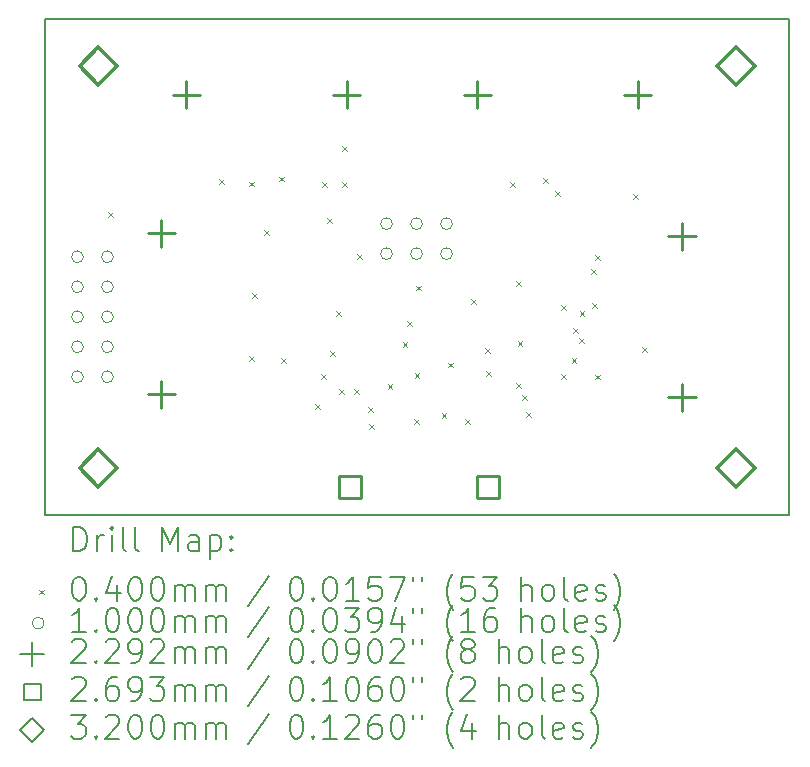
<source format=gbr>
%TF.GenerationSoftware,KiCad,Pcbnew,7.0.0-da2b9df05c~163~ubuntu22.04.1*%
%TF.CreationDate,2023-02-19T22:43:45+00:00*%
%TF.ProjectId,userioswitch,75736572-696f-4737-9769-7463682e6b69,rev?*%
%TF.SameCoordinates,Original*%
%TF.FileFunction,Drillmap*%
%TF.FilePolarity,Positive*%
%FSLAX45Y45*%
G04 Gerber Fmt 4.5, Leading zero omitted, Abs format (unit mm)*
G04 Created by KiCad (PCBNEW 7.0.0-da2b9df05c~163~ubuntu22.04.1) date 2023-02-19 22:43:45*
%MOMM*%
%LPD*%
G01*
G04 APERTURE LIST*
%ADD10C,0.200000*%
%ADD11C,0.040000*%
%ADD12C,0.100000*%
%ADD13C,0.229220*%
%ADD14C,0.269260*%
%ADD15C,0.320000*%
G04 APERTURE END LIST*
D10*
X17050000Y-6700000D02*
X23350000Y-6700000D01*
X23350000Y-6700000D02*
X23350000Y-10900000D01*
X23350000Y-10900000D02*
X17050000Y-10900000D01*
X17050000Y-10900000D02*
X17050000Y-6700000D01*
D11*
X17582200Y-8336600D02*
X17622200Y-8376600D01*
X17622200Y-8336600D02*
X17582200Y-8376600D01*
X18522000Y-8057200D02*
X18562000Y-8097200D01*
X18562000Y-8057200D02*
X18522000Y-8097200D01*
X18776000Y-9555800D02*
X18816000Y-9595800D01*
X18816000Y-9555800D02*
X18776000Y-9595800D01*
X18778000Y-8077100D02*
X18818000Y-8117100D01*
X18818000Y-8077100D02*
X18778000Y-8117100D01*
X18801400Y-9022400D02*
X18841400Y-9062400D01*
X18841400Y-9022400D02*
X18801400Y-9062400D01*
X18903000Y-8489000D02*
X18943000Y-8529000D01*
X18943000Y-8489000D02*
X18903000Y-8529000D01*
X19028000Y-8033220D02*
X19068000Y-8073220D01*
X19068000Y-8033220D02*
X19028000Y-8073220D01*
X19045980Y-9569100D02*
X19085980Y-9609100D01*
X19085980Y-9569100D02*
X19045980Y-9609100D01*
X19334800Y-9962200D02*
X19374800Y-10002200D01*
X19374800Y-9962200D02*
X19334800Y-10002200D01*
X19385600Y-9708200D02*
X19425600Y-9748200D01*
X19425600Y-9708200D02*
X19385600Y-9748200D01*
X19393340Y-8081640D02*
X19433340Y-8121640D01*
X19433340Y-8081640D02*
X19393340Y-8121640D01*
X19436400Y-8387400D02*
X19476400Y-8427400D01*
X19476400Y-8387400D02*
X19436400Y-8427400D01*
X19461800Y-9509100D02*
X19501800Y-9549100D01*
X19501800Y-9509100D02*
X19461800Y-9549100D01*
X19512600Y-9174800D02*
X19552600Y-9214800D01*
X19552600Y-9174800D02*
X19512600Y-9214800D01*
X19538000Y-9835200D02*
X19578000Y-9875200D01*
X19578000Y-9835200D02*
X19538000Y-9875200D01*
X19563400Y-7777800D02*
X19603400Y-7817800D01*
X19603400Y-7777800D02*
X19563400Y-7817800D01*
X19563400Y-8082600D02*
X19603400Y-8122600D01*
X19603400Y-8082600D02*
X19563400Y-8122600D01*
X19665000Y-9835200D02*
X19705000Y-9875200D01*
X19705000Y-9835200D02*
X19665000Y-9875200D01*
X19690830Y-8692630D02*
X19730830Y-8732630D01*
X19730830Y-8692630D02*
X19690830Y-8732630D01*
X19783786Y-9983584D02*
X19823786Y-10023584D01*
X19823786Y-9983584D02*
X19783786Y-10023584D01*
X19794800Y-10128484D02*
X19834800Y-10168484D01*
X19834800Y-10128484D02*
X19794800Y-10168484D01*
X19949580Y-9787950D02*
X19989580Y-9827950D01*
X19989580Y-9787950D02*
X19949580Y-9827950D01*
X20074755Y-9436650D02*
X20114755Y-9476650D01*
X20114755Y-9436650D02*
X20074755Y-9476650D01*
X20116025Y-9257175D02*
X20156025Y-9297175D01*
X20156025Y-9257175D02*
X20116025Y-9297175D01*
X20173000Y-10089200D02*
X20213000Y-10129200D01*
X20213000Y-10089200D02*
X20173000Y-10129200D01*
X20176312Y-9698050D02*
X20216312Y-9738050D01*
X20216312Y-9698050D02*
X20176312Y-9738050D01*
X20188845Y-8955755D02*
X20228845Y-8995755D01*
X20228845Y-8955755D02*
X20188845Y-8995755D01*
X20404850Y-10035311D02*
X20444850Y-10075311D01*
X20444850Y-10035311D02*
X20404850Y-10075311D01*
X20462500Y-9608150D02*
X20502500Y-9648150D01*
X20502500Y-9608150D02*
X20462500Y-9648150D01*
X20604800Y-10089200D02*
X20644800Y-10129200D01*
X20644800Y-10089200D02*
X20604800Y-10129200D01*
X20655600Y-9073200D02*
X20695600Y-9113200D01*
X20695600Y-9073200D02*
X20655600Y-9113200D01*
X20775470Y-9489020D02*
X20815470Y-9529020D01*
X20815470Y-9489020D02*
X20775470Y-9529020D01*
X20782600Y-9682800D02*
X20822600Y-9722800D01*
X20822600Y-9682800D02*
X20782600Y-9722800D01*
X20985800Y-8082600D02*
X21025800Y-8122600D01*
X21025800Y-8082600D02*
X20985800Y-8122600D01*
X21036600Y-8920800D02*
X21076600Y-8960800D01*
X21076600Y-8920800D02*
X21036600Y-8960800D01*
X21036600Y-9784400D02*
X21076600Y-9824400D01*
X21076600Y-9784400D02*
X21036600Y-9824400D01*
X21050350Y-9428800D02*
X21090350Y-9468800D01*
X21090350Y-9428800D02*
X21050350Y-9468800D01*
X21087400Y-9886000D02*
X21127400Y-9926000D01*
X21127400Y-9886000D02*
X21087400Y-9926000D01*
X21120194Y-10030847D02*
X21160194Y-10070847D01*
X21160194Y-10030847D02*
X21120194Y-10070847D01*
X21266140Y-8046830D02*
X21306140Y-8086830D01*
X21306140Y-8046830D02*
X21266140Y-8086830D01*
X21366800Y-8158800D02*
X21406800Y-8198800D01*
X21406800Y-8158800D02*
X21366800Y-8198800D01*
X21417600Y-9124000D02*
X21457600Y-9164000D01*
X21457600Y-9124000D02*
X21417600Y-9164000D01*
X21417600Y-9708200D02*
X21457600Y-9748200D01*
X21457600Y-9708200D02*
X21417600Y-9748200D01*
X21506500Y-9568500D02*
X21546500Y-9608500D01*
X21546500Y-9568500D02*
X21506500Y-9608500D01*
X21519295Y-9315665D02*
X21559295Y-9355665D01*
X21559295Y-9315665D02*
X21519295Y-9355665D01*
X21571871Y-9400670D02*
X21611871Y-9440670D01*
X21611871Y-9400670D02*
X21571871Y-9440670D01*
X21573930Y-9173070D02*
X21613930Y-9213070D01*
X21613930Y-9173070D02*
X21573930Y-9213070D01*
X21671600Y-8819200D02*
X21711600Y-8859200D01*
X21711600Y-8819200D02*
X21671600Y-8859200D01*
X21678870Y-9103490D02*
X21718870Y-9143490D01*
X21718870Y-9103490D02*
X21678870Y-9143490D01*
X21706590Y-9709360D02*
X21746590Y-9749360D01*
X21746590Y-9709360D02*
X21706590Y-9749360D01*
X21706730Y-8696320D02*
X21746730Y-8736320D01*
X21746730Y-8696320D02*
X21706730Y-8736320D01*
X22027200Y-8184200D02*
X22067200Y-8224200D01*
X22067200Y-8184200D02*
X22027200Y-8224200D01*
X22103400Y-9479600D02*
X22143400Y-9519600D01*
X22143400Y-9479600D02*
X22103400Y-9519600D01*
D12*
X17372300Y-8712700D02*
G75*
G03*
X17372300Y-8712700I-50000J0D01*
G01*
X17372300Y-8966700D02*
G75*
G03*
X17372300Y-8966700I-50000J0D01*
G01*
X17372300Y-9220700D02*
G75*
G03*
X17372300Y-9220700I-50000J0D01*
G01*
X17372300Y-9474700D02*
G75*
G03*
X17372300Y-9474700I-50000J0D01*
G01*
X17372300Y-9728700D02*
G75*
G03*
X17372300Y-9728700I-50000J0D01*
G01*
X17626300Y-8712700D02*
G75*
G03*
X17626300Y-8712700I-50000J0D01*
G01*
X17626300Y-8966700D02*
G75*
G03*
X17626300Y-8966700I-50000J0D01*
G01*
X17626300Y-9220700D02*
G75*
G03*
X17626300Y-9220700I-50000J0D01*
G01*
X17626300Y-9474700D02*
G75*
G03*
X17626300Y-9474700I-50000J0D01*
G01*
X17626300Y-9728700D02*
G75*
G03*
X17626300Y-9728700I-50000J0D01*
G01*
X19989000Y-8432800D02*
G75*
G03*
X19989000Y-8432800I-50000J0D01*
G01*
X19989000Y-8686800D02*
G75*
G03*
X19989000Y-8686800I-50000J0D01*
G01*
X20243000Y-8432800D02*
G75*
G03*
X20243000Y-8432800I-50000J0D01*
G01*
X20243000Y-8686800D02*
G75*
G03*
X20243000Y-8686800I-50000J0D01*
G01*
X20497000Y-8432800D02*
G75*
G03*
X20497000Y-8432800I-50000J0D01*
G01*
X20497000Y-8686800D02*
G75*
G03*
X20497000Y-8686800I-50000J0D01*
G01*
D13*
X18034000Y-8400190D02*
X18034000Y-8629410D01*
X17919390Y-8514800D02*
X18148610Y-8514800D01*
X18034000Y-9760190D02*
X18034000Y-9989410D01*
X17919390Y-9874800D02*
X18148610Y-9874800D01*
X18243000Y-7225990D02*
X18243000Y-7455210D01*
X18128390Y-7340600D02*
X18357610Y-7340600D01*
X19603000Y-7225990D02*
X19603000Y-7455210D01*
X19488390Y-7340600D02*
X19717610Y-7340600D01*
X20706800Y-7225990D02*
X20706800Y-7455210D01*
X20592190Y-7340600D02*
X20821410Y-7340600D01*
X22066800Y-7225990D02*
X22066800Y-7455210D01*
X21952190Y-7340600D02*
X22181410Y-7340600D01*
X22440650Y-8425590D02*
X22440650Y-8654810D01*
X22326040Y-8540200D02*
X22555260Y-8540200D01*
X22440650Y-9785590D02*
X22440650Y-10014810D01*
X22326040Y-9900200D02*
X22555260Y-9900200D01*
D14*
X19724999Y-10755299D02*
X19724999Y-10564901D01*
X19534601Y-10564901D01*
X19534601Y-10755299D01*
X19724999Y-10755299D01*
X20894999Y-10755299D02*
X20894999Y-10564901D01*
X20704601Y-10564901D01*
X20704601Y-10755299D01*
X20894999Y-10755299D01*
D15*
X17500000Y-7260000D02*
X17660000Y-7100000D01*
X17500000Y-6940000D01*
X17340000Y-7100000D01*
X17500000Y-7260000D01*
X17500000Y-10660000D02*
X17660000Y-10500000D01*
X17500000Y-10340000D01*
X17340000Y-10500000D01*
X17500000Y-10660000D01*
X22900000Y-7260000D02*
X23060000Y-7100000D01*
X22900000Y-6940000D01*
X22740000Y-7100000D01*
X22900000Y-7260000D01*
X22900000Y-10660000D02*
X23060000Y-10500000D01*
X22900000Y-10340000D01*
X22740000Y-10500000D01*
X22900000Y-10660000D01*
D10*
X17287619Y-11203476D02*
X17287619Y-11003476D01*
X17287619Y-11003476D02*
X17335238Y-11003476D01*
X17335238Y-11003476D02*
X17363810Y-11013000D01*
X17363810Y-11013000D02*
X17382857Y-11032048D01*
X17382857Y-11032048D02*
X17392381Y-11051095D01*
X17392381Y-11051095D02*
X17401905Y-11089190D01*
X17401905Y-11089190D02*
X17401905Y-11117762D01*
X17401905Y-11117762D02*
X17392381Y-11155857D01*
X17392381Y-11155857D02*
X17382857Y-11174905D01*
X17382857Y-11174905D02*
X17363810Y-11193952D01*
X17363810Y-11193952D02*
X17335238Y-11203476D01*
X17335238Y-11203476D02*
X17287619Y-11203476D01*
X17487619Y-11203476D02*
X17487619Y-11070143D01*
X17487619Y-11108238D02*
X17497143Y-11089190D01*
X17497143Y-11089190D02*
X17506667Y-11079667D01*
X17506667Y-11079667D02*
X17525714Y-11070143D01*
X17525714Y-11070143D02*
X17544762Y-11070143D01*
X17611429Y-11203476D02*
X17611429Y-11070143D01*
X17611429Y-11003476D02*
X17601905Y-11013000D01*
X17601905Y-11013000D02*
X17611429Y-11022524D01*
X17611429Y-11022524D02*
X17620952Y-11013000D01*
X17620952Y-11013000D02*
X17611429Y-11003476D01*
X17611429Y-11003476D02*
X17611429Y-11022524D01*
X17735238Y-11203476D02*
X17716190Y-11193952D01*
X17716190Y-11193952D02*
X17706667Y-11174905D01*
X17706667Y-11174905D02*
X17706667Y-11003476D01*
X17840000Y-11203476D02*
X17820952Y-11193952D01*
X17820952Y-11193952D02*
X17811429Y-11174905D01*
X17811429Y-11174905D02*
X17811429Y-11003476D01*
X18036190Y-11203476D02*
X18036190Y-11003476D01*
X18036190Y-11003476D02*
X18102857Y-11146333D01*
X18102857Y-11146333D02*
X18169524Y-11003476D01*
X18169524Y-11003476D02*
X18169524Y-11203476D01*
X18350476Y-11203476D02*
X18350476Y-11098714D01*
X18350476Y-11098714D02*
X18340952Y-11079667D01*
X18340952Y-11079667D02*
X18321905Y-11070143D01*
X18321905Y-11070143D02*
X18283809Y-11070143D01*
X18283809Y-11070143D02*
X18264762Y-11079667D01*
X18350476Y-11193952D02*
X18331429Y-11203476D01*
X18331429Y-11203476D02*
X18283809Y-11203476D01*
X18283809Y-11203476D02*
X18264762Y-11193952D01*
X18264762Y-11193952D02*
X18255238Y-11174905D01*
X18255238Y-11174905D02*
X18255238Y-11155857D01*
X18255238Y-11155857D02*
X18264762Y-11136810D01*
X18264762Y-11136810D02*
X18283809Y-11127286D01*
X18283809Y-11127286D02*
X18331429Y-11127286D01*
X18331429Y-11127286D02*
X18350476Y-11117762D01*
X18445714Y-11070143D02*
X18445714Y-11270143D01*
X18445714Y-11079667D02*
X18464762Y-11070143D01*
X18464762Y-11070143D02*
X18502857Y-11070143D01*
X18502857Y-11070143D02*
X18521905Y-11079667D01*
X18521905Y-11079667D02*
X18531429Y-11089190D01*
X18531429Y-11089190D02*
X18540952Y-11108238D01*
X18540952Y-11108238D02*
X18540952Y-11165381D01*
X18540952Y-11165381D02*
X18531429Y-11184429D01*
X18531429Y-11184429D02*
X18521905Y-11193952D01*
X18521905Y-11193952D02*
X18502857Y-11203476D01*
X18502857Y-11203476D02*
X18464762Y-11203476D01*
X18464762Y-11203476D02*
X18445714Y-11193952D01*
X18626667Y-11184429D02*
X18636190Y-11193952D01*
X18636190Y-11193952D02*
X18626667Y-11203476D01*
X18626667Y-11203476D02*
X18617143Y-11193952D01*
X18617143Y-11193952D02*
X18626667Y-11184429D01*
X18626667Y-11184429D02*
X18626667Y-11203476D01*
X18626667Y-11079667D02*
X18636190Y-11089190D01*
X18636190Y-11089190D02*
X18626667Y-11098714D01*
X18626667Y-11098714D02*
X18617143Y-11089190D01*
X18617143Y-11089190D02*
X18626667Y-11079667D01*
X18626667Y-11079667D02*
X18626667Y-11098714D01*
D11*
X17000000Y-11530000D02*
X17040000Y-11570000D01*
X17040000Y-11530000D02*
X17000000Y-11570000D01*
D10*
X17325714Y-11423476D02*
X17344762Y-11423476D01*
X17344762Y-11423476D02*
X17363810Y-11433000D01*
X17363810Y-11433000D02*
X17373333Y-11442524D01*
X17373333Y-11442524D02*
X17382857Y-11461571D01*
X17382857Y-11461571D02*
X17392381Y-11499667D01*
X17392381Y-11499667D02*
X17392381Y-11547286D01*
X17392381Y-11547286D02*
X17382857Y-11585381D01*
X17382857Y-11585381D02*
X17373333Y-11604428D01*
X17373333Y-11604428D02*
X17363810Y-11613952D01*
X17363810Y-11613952D02*
X17344762Y-11623476D01*
X17344762Y-11623476D02*
X17325714Y-11623476D01*
X17325714Y-11623476D02*
X17306667Y-11613952D01*
X17306667Y-11613952D02*
X17297143Y-11604428D01*
X17297143Y-11604428D02*
X17287619Y-11585381D01*
X17287619Y-11585381D02*
X17278095Y-11547286D01*
X17278095Y-11547286D02*
X17278095Y-11499667D01*
X17278095Y-11499667D02*
X17287619Y-11461571D01*
X17287619Y-11461571D02*
X17297143Y-11442524D01*
X17297143Y-11442524D02*
X17306667Y-11433000D01*
X17306667Y-11433000D02*
X17325714Y-11423476D01*
X17478095Y-11604428D02*
X17487619Y-11613952D01*
X17487619Y-11613952D02*
X17478095Y-11623476D01*
X17478095Y-11623476D02*
X17468571Y-11613952D01*
X17468571Y-11613952D02*
X17478095Y-11604428D01*
X17478095Y-11604428D02*
X17478095Y-11623476D01*
X17659048Y-11490143D02*
X17659048Y-11623476D01*
X17611429Y-11413952D02*
X17563810Y-11556809D01*
X17563810Y-11556809D02*
X17687619Y-11556809D01*
X17801905Y-11423476D02*
X17820952Y-11423476D01*
X17820952Y-11423476D02*
X17840000Y-11433000D01*
X17840000Y-11433000D02*
X17849524Y-11442524D01*
X17849524Y-11442524D02*
X17859048Y-11461571D01*
X17859048Y-11461571D02*
X17868571Y-11499667D01*
X17868571Y-11499667D02*
X17868571Y-11547286D01*
X17868571Y-11547286D02*
X17859048Y-11585381D01*
X17859048Y-11585381D02*
X17849524Y-11604428D01*
X17849524Y-11604428D02*
X17840000Y-11613952D01*
X17840000Y-11613952D02*
X17820952Y-11623476D01*
X17820952Y-11623476D02*
X17801905Y-11623476D01*
X17801905Y-11623476D02*
X17782857Y-11613952D01*
X17782857Y-11613952D02*
X17773333Y-11604428D01*
X17773333Y-11604428D02*
X17763810Y-11585381D01*
X17763810Y-11585381D02*
X17754286Y-11547286D01*
X17754286Y-11547286D02*
X17754286Y-11499667D01*
X17754286Y-11499667D02*
X17763810Y-11461571D01*
X17763810Y-11461571D02*
X17773333Y-11442524D01*
X17773333Y-11442524D02*
X17782857Y-11433000D01*
X17782857Y-11433000D02*
X17801905Y-11423476D01*
X17992381Y-11423476D02*
X18011429Y-11423476D01*
X18011429Y-11423476D02*
X18030476Y-11433000D01*
X18030476Y-11433000D02*
X18040000Y-11442524D01*
X18040000Y-11442524D02*
X18049524Y-11461571D01*
X18049524Y-11461571D02*
X18059048Y-11499667D01*
X18059048Y-11499667D02*
X18059048Y-11547286D01*
X18059048Y-11547286D02*
X18049524Y-11585381D01*
X18049524Y-11585381D02*
X18040000Y-11604428D01*
X18040000Y-11604428D02*
X18030476Y-11613952D01*
X18030476Y-11613952D02*
X18011429Y-11623476D01*
X18011429Y-11623476D02*
X17992381Y-11623476D01*
X17992381Y-11623476D02*
X17973333Y-11613952D01*
X17973333Y-11613952D02*
X17963810Y-11604428D01*
X17963810Y-11604428D02*
X17954286Y-11585381D01*
X17954286Y-11585381D02*
X17944762Y-11547286D01*
X17944762Y-11547286D02*
X17944762Y-11499667D01*
X17944762Y-11499667D02*
X17954286Y-11461571D01*
X17954286Y-11461571D02*
X17963810Y-11442524D01*
X17963810Y-11442524D02*
X17973333Y-11433000D01*
X17973333Y-11433000D02*
X17992381Y-11423476D01*
X18144762Y-11623476D02*
X18144762Y-11490143D01*
X18144762Y-11509190D02*
X18154286Y-11499667D01*
X18154286Y-11499667D02*
X18173333Y-11490143D01*
X18173333Y-11490143D02*
X18201905Y-11490143D01*
X18201905Y-11490143D02*
X18220952Y-11499667D01*
X18220952Y-11499667D02*
X18230476Y-11518714D01*
X18230476Y-11518714D02*
X18230476Y-11623476D01*
X18230476Y-11518714D02*
X18240000Y-11499667D01*
X18240000Y-11499667D02*
X18259048Y-11490143D01*
X18259048Y-11490143D02*
X18287619Y-11490143D01*
X18287619Y-11490143D02*
X18306667Y-11499667D01*
X18306667Y-11499667D02*
X18316191Y-11518714D01*
X18316191Y-11518714D02*
X18316191Y-11623476D01*
X18411429Y-11623476D02*
X18411429Y-11490143D01*
X18411429Y-11509190D02*
X18420952Y-11499667D01*
X18420952Y-11499667D02*
X18440000Y-11490143D01*
X18440000Y-11490143D02*
X18468572Y-11490143D01*
X18468572Y-11490143D02*
X18487619Y-11499667D01*
X18487619Y-11499667D02*
X18497143Y-11518714D01*
X18497143Y-11518714D02*
X18497143Y-11623476D01*
X18497143Y-11518714D02*
X18506667Y-11499667D01*
X18506667Y-11499667D02*
X18525714Y-11490143D01*
X18525714Y-11490143D02*
X18554286Y-11490143D01*
X18554286Y-11490143D02*
X18573333Y-11499667D01*
X18573333Y-11499667D02*
X18582857Y-11518714D01*
X18582857Y-11518714D02*
X18582857Y-11623476D01*
X18940952Y-11413952D02*
X18769524Y-11671095D01*
X19165714Y-11423476D02*
X19184762Y-11423476D01*
X19184762Y-11423476D02*
X19203810Y-11433000D01*
X19203810Y-11433000D02*
X19213333Y-11442524D01*
X19213333Y-11442524D02*
X19222857Y-11461571D01*
X19222857Y-11461571D02*
X19232381Y-11499667D01*
X19232381Y-11499667D02*
X19232381Y-11547286D01*
X19232381Y-11547286D02*
X19222857Y-11585381D01*
X19222857Y-11585381D02*
X19213333Y-11604428D01*
X19213333Y-11604428D02*
X19203810Y-11613952D01*
X19203810Y-11613952D02*
X19184762Y-11623476D01*
X19184762Y-11623476D02*
X19165714Y-11623476D01*
X19165714Y-11623476D02*
X19146667Y-11613952D01*
X19146667Y-11613952D02*
X19137143Y-11604428D01*
X19137143Y-11604428D02*
X19127619Y-11585381D01*
X19127619Y-11585381D02*
X19118095Y-11547286D01*
X19118095Y-11547286D02*
X19118095Y-11499667D01*
X19118095Y-11499667D02*
X19127619Y-11461571D01*
X19127619Y-11461571D02*
X19137143Y-11442524D01*
X19137143Y-11442524D02*
X19146667Y-11433000D01*
X19146667Y-11433000D02*
X19165714Y-11423476D01*
X19318095Y-11604428D02*
X19327619Y-11613952D01*
X19327619Y-11613952D02*
X19318095Y-11623476D01*
X19318095Y-11623476D02*
X19308572Y-11613952D01*
X19308572Y-11613952D02*
X19318095Y-11604428D01*
X19318095Y-11604428D02*
X19318095Y-11623476D01*
X19451429Y-11423476D02*
X19470476Y-11423476D01*
X19470476Y-11423476D02*
X19489524Y-11433000D01*
X19489524Y-11433000D02*
X19499048Y-11442524D01*
X19499048Y-11442524D02*
X19508572Y-11461571D01*
X19508572Y-11461571D02*
X19518095Y-11499667D01*
X19518095Y-11499667D02*
X19518095Y-11547286D01*
X19518095Y-11547286D02*
X19508572Y-11585381D01*
X19508572Y-11585381D02*
X19499048Y-11604428D01*
X19499048Y-11604428D02*
X19489524Y-11613952D01*
X19489524Y-11613952D02*
X19470476Y-11623476D01*
X19470476Y-11623476D02*
X19451429Y-11623476D01*
X19451429Y-11623476D02*
X19432381Y-11613952D01*
X19432381Y-11613952D02*
X19422857Y-11604428D01*
X19422857Y-11604428D02*
X19413333Y-11585381D01*
X19413333Y-11585381D02*
X19403810Y-11547286D01*
X19403810Y-11547286D02*
X19403810Y-11499667D01*
X19403810Y-11499667D02*
X19413333Y-11461571D01*
X19413333Y-11461571D02*
X19422857Y-11442524D01*
X19422857Y-11442524D02*
X19432381Y-11433000D01*
X19432381Y-11433000D02*
X19451429Y-11423476D01*
X19708572Y-11623476D02*
X19594286Y-11623476D01*
X19651429Y-11623476D02*
X19651429Y-11423476D01*
X19651429Y-11423476D02*
X19632381Y-11452048D01*
X19632381Y-11452048D02*
X19613333Y-11471095D01*
X19613333Y-11471095D02*
X19594286Y-11480619D01*
X19889524Y-11423476D02*
X19794286Y-11423476D01*
X19794286Y-11423476D02*
X19784762Y-11518714D01*
X19784762Y-11518714D02*
X19794286Y-11509190D01*
X19794286Y-11509190D02*
X19813333Y-11499667D01*
X19813333Y-11499667D02*
X19860953Y-11499667D01*
X19860953Y-11499667D02*
X19880000Y-11509190D01*
X19880000Y-11509190D02*
X19889524Y-11518714D01*
X19889524Y-11518714D02*
X19899048Y-11537762D01*
X19899048Y-11537762D02*
X19899048Y-11585381D01*
X19899048Y-11585381D02*
X19889524Y-11604428D01*
X19889524Y-11604428D02*
X19880000Y-11613952D01*
X19880000Y-11613952D02*
X19860953Y-11623476D01*
X19860953Y-11623476D02*
X19813333Y-11623476D01*
X19813333Y-11623476D02*
X19794286Y-11613952D01*
X19794286Y-11613952D02*
X19784762Y-11604428D01*
X19965714Y-11423476D02*
X20099048Y-11423476D01*
X20099048Y-11423476D02*
X20013333Y-11623476D01*
X20165714Y-11423476D02*
X20165714Y-11461571D01*
X20241905Y-11423476D02*
X20241905Y-11461571D01*
X20504762Y-11699667D02*
X20495238Y-11690143D01*
X20495238Y-11690143D02*
X20476191Y-11661571D01*
X20476191Y-11661571D02*
X20466667Y-11642524D01*
X20466667Y-11642524D02*
X20457143Y-11613952D01*
X20457143Y-11613952D02*
X20447619Y-11566333D01*
X20447619Y-11566333D02*
X20447619Y-11528238D01*
X20447619Y-11528238D02*
X20457143Y-11480619D01*
X20457143Y-11480619D02*
X20466667Y-11452048D01*
X20466667Y-11452048D02*
X20476191Y-11433000D01*
X20476191Y-11433000D02*
X20495238Y-11404428D01*
X20495238Y-11404428D02*
X20504762Y-11394905D01*
X20676191Y-11423476D02*
X20580953Y-11423476D01*
X20580953Y-11423476D02*
X20571429Y-11518714D01*
X20571429Y-11518714D02*
X20580953Y-11509190D01*
X20580953Y-11509190D02*
X20600000Y-11499667D01*
X20600000Y-11499667D02*
X20647619Y-11499667D01*
X20647619Y-11499667D02*
X20666667Y-11509190D01*
X20666667Y-11509190D02*
X20676191Y-11518714D01*
X20676191Y-11518714D02*
X20685714Y-11537762D01*
X20685714Y-11537762D02*
X20685714Y-11585381D01*
X20685714Y-11585381D02*
X20676191Y-11604428D01*
X20676191Y-11604428D02*
X20666667Y-11613952D01*
X20666667Y-11613952D02*
X20647619Y-11623476D01*
X20647619Y-11623476D02*
X20600000Y-11623476D01*
X20600000Y-11623476D02*
X20580953Y-11613952D01*
X20580953Y-11613952D02*
X20571429Y-11604428D01*
X20752381Y-11423476D02*
X20876191Y-11423476D01*
X20876191Y-11423476D02*
X20809524Y-11499667D01*
X20809524Y-11499667D02*
X20838095Y-11499667D01*
X20838095Y-11499667D02*
X20857143Y-11509190D01*
X20857143Y-11509190D02*
X20866667Y-11518714D01*
X20866667Y-11518714D02*
X20876191Y-11537762D01*
X20876191Y-11537762D02*
X20876191Y-11585381D01*
X20876191Y-11585381D02*
X20866667Y-11604428D01*
X20866667Y-11604428D02*
X20857143Y-11613952D01*
X20857143Y-11613952D02*
X20838095Y-11623476D01*
X20838095Y-11623476D02*
X20780953Y-11623476D01*
X20780953Y-11623476D02*
X20761905Y-11613952D01*
X20761905Y-11613952D02*
X20752381Y-11604428D01*
X21081905Y-11623476D02*
X21081905Y-11423476D01*
X21167619Y-11623476D02*
X21167619Y-11518714D01*
X21167619Y-11518714D02*
X21158095Y-11499667D01*
X21158095Y-11499667D02*
X21139048Y-11490143D01*
X21139048Y-11490143D02*
X21110476Y-11490143D01*
X21110476Y-11490143D02*
X21091429Y-11499667D01*
X21091429Y-11499667D02*
X21081905Y-11509190D01*
X21291429Y-11623476D02*
X21272381Y-11613952D01*
X21272381Y-11613952D02*
X21262857Y-11604428D01*
X21262857Y-11604428D02*
X21253334Y-11585381D01*
X21253334Y-11585381D02*
X21253334Y-11528238D01*
X21253334Y-11528238D02*
X21262857Y-11509190D01*
X21262857Y-11509190D02*
X21272381Y-11499667D01*
X21272381Y-11499667D02*
X21291429Y-11490143D01*
X21291429Y-11490143D02*
X21320000Y-11490143D01*
X21320000Y-11490143D02*
X21339048Y-11499667D01*
X21339048Y-11499667D02*
X21348572Y-11509190D01*
X21348572Y-11509190D02*
X21358095Y-11528238D01*
X21358095Y-11528238D02*
X21358095Y-11585381D01*
X21358095Y-11585381D02*
X21348572Y-11604428D01*
X21348572Y-11604428D02*
X21339048Y-11613952D01*
X21339048Y-11613952D02*
X21320000Y-11623476D01*
X21320000Y-11623476D02*
X21291429Y-11623476D01*
X21472381Y-11623476D02*
X21453334Y-11613952D01*
X21453334Y-11613952D02*
X21443810Y-11594905D01*
X21443810Y-11594905D02*
X21443810Y-11423476D01*
X21624762Y-11613952D02*
X21605715Y-11623476D01*
X21605715Y-11623476D02*
X21567619Y-11623476D01*
X21567619Y-11623476D02*
X21548572Y-11613952D01*
X21548572Y-11613952D02*
X21539048Y-11594905D01*
X21539048Y-11594905D02*
X21539048Y-11518714D01*
X21539048Y-11518714D02*
X21548572Y-11499667D01*
X21548572Y-11499667D02*
X21567619Y-11490143D01*
X21567619Y-11490143D02*
X21605715Y-11490143D01*
X21605715Y-11490143D02*
X21624762Y-11499667D01*
X21624762Y-11499667D02*
X21634286Y-11518714D01*
X21634286Y-11518714D02*
X21634286Y-11537762D01*
X21634286Y-11537762D02*
X21539048Y-11556809D01*
X21710476Y-11613952D02*
X21729524Y-11623476D01*
X21729524Y-11623476D02*
X21767619Y-11623476D01*
X21767619Y-11623476D02*
X21786667Y-11613952D01*
X21786667Y-11613952D02*
X21796191Y-11594905D01*
X21796191Y-11594905D02*
X21796191Y-11585381D01*
X21796191Y-11585381D02*
X21786667Y-11566333D01*
X21786667Y-11566333D02*
X21767619Y-11556809D01*
X21767619Y-11556809D02*
X21739048Y-11556809D01*
X21739048Y-11556809D02*
X21720000Y-11547286D01*
X21720000Y-11547286D02*
X21710476Y-11528238D01*
X21710476Y-11528238D02*
X21710476Y-11518714D01*
X21710476Y-11518714D02*
X21720000Y-11499667D01*
X21720000Y-11499667D02*
X21739048Y-11490143D01*
X21739048Y-11490143D02*
X21767619Y-11490143D01*
X21767619Y-11490143D02*
X21786667Y-11499667D01*
X21862857Y-11699667D02*
X21872381Y-11690143D01*
X21872381Y-11690143D02*
X21891429Y-11661571D01*
X21891429Y-11661571D02*
X21900953Y-11642524D01*
X21900953Y-11642524D02*
X21910476Y-11613952D01*
X21910476Y-11613952D02*
X21920000Y-11566333D01*
X21920000Y-11566333D02*
X21920000Y-11528238D01*
X21920000Y-11528238D02*
X21910476Y-11480619D01*
X21910476Y-11480619D02*
X21900953Y-11452048D01*
X21900953Y-11452048D02*
X21891429Y-11433000D01*
X21891429Y-11433000D02*
X21872381Y-11404428D01*
X21872381Y-11404428D02*
X21862857Y-11394905D01*
D12*
X17040000Y-11814000D02*
G75*
G03*
X17040000Y-11814000I-50000J0D01*
G01*
D10*
X17392381Y-11887476D02*
X17278095Y-11887476D01*
X17335238Y-11887476D02*
X17335238Y-11687476D01*
X17335238Y-11687476D02*
X17316190Y-11716048D01*
X17316190Y-11716048D02*
X17297143Y-11735095D01*
X17297143Y-11735095D02*
X17278095Y-11744619D01*
X17478095Y-11868428D02*
X17487619Y-11877952D01*
X17487619Y-11877952D02*
X17478095Y-11887476D01*
X17478095Y-11887476D02*
X17468571Y-11877952D01*
X17468571Y-11877952D02*
X17478095Y-11868428D01*
X17478095Y-11868428D02*
X17478095Y-11887476D01*
X17611429Y-11687476D02*
X17630476Y-11687476D01*
X17630476Y-11687476D02*
X17649524Y-11697000D01*
X17649524Y-11697000D02*
X17659048Y-11706524D01*
X17659048Y-11706524D02*
X17668571Y-11725571D01*
X17668571Y-11725571D02*
X17678095Y-11763667D01*
X17678095Y-11763667D02*
X17678095Y-11811286D01*
X17678095Y-11811286D02*
X17668571Y-11849381D01*
X17668571Y-11849381D02*
X17659048Y-11868428D01*
X17659048Y-11868428D02*
X17649524Y-11877952D01*
X17649524Y-11877952D02*
X17630476Y-11887476D01*
X17630476Y-11887476D02*
X17611429Y-11887476D01*
X17611429Y-11887476D02*
X17592381Y-11877952D01*
X17592381Y-11877952D02*
X17582857Y-11868428D01*
X17582857Y-11868428D02*
X17573333Y-11849381D01*
X17573333Y-11849381D02*
X17563810Y-11811286D01*
X17563810Y-11811286D02*
X17563810Y-11763667D01*
X17563810Y-11763667D02*
X17573333Y-11725571D01*
X17573333Y-11725571D02*
X17582857Y-11706524D01*
X17582857Y-11706524D02*
X17592381Y-11697000D01*
X17592381Y-11697000D02*
X17611429Y-11687476D01*
X17801905Y-11687476D02*
X17820952Y-11687476D01*
X17820952Y-11687476D02*
X17840000Y-11697000D01*
X17840000Y-11697000D02*
X17849524Y-11706524D01*
X17849524Y-11706524D02*
X17859048Y-11725571D01*
X17859048Y-11725571D02*
X17868571Y-11763667D01*
X17868571Y-11763667D02*
X17868571Y-11811286D01*
X17868571Y-11811286D02*
X17859048Y-11849381D01*
X17859048Y-11849381D02*
X17849524Y-11868428D01*
X17849524Y-11868428D02*
X17840000Y-11877952D01*
X17840000Y-11877952D02*
X17820952Y-11887476D01*
X17820952Y-11887476D02*
X17801905Y-11887476D01*
X17801905Y-11887476D02*
X17782857Y-11877952D01*
X17782857Y-11877952D02*
X17773333Y-11868428D01*
X17773333Y-11868428D02*
X17763810Y-11849381D01*
X17763810Y-11849381D02*
X17754286Y-11811286D01*
X17754286Y-11811286D02*
X17754286Y-11763667D01*
X17754286Y-11763667D02*
X17763810Y-11725571D01*
X17763810Y-11725571D02*
X17773333Y-11706524D01*
X17773333Y-11706524D02*
X17782857Y-11697000D01*
X17782857Y-11697000D02*
X17801905Y-11687476D01*
X17992381Y-11687476D02*
X18011429Y-11687476D01*
X18011429Y-11687476D02*
X18030476Y-11697000D01*
X18030476Y-11697000D02*
X18040000Y-11706524D01*
X18040000Y-11706524D02*
X18049524Y-11725571D01*
X18049524Y-11725571D02*
X18059048Y-11763667D01*
X18059048Y-11763667D02*
X18059048Y-11811286D01*
X18059048Y-11811286D02*
X18049524Y-11849381D01*
X18049524Y-11849381D02*
X18040000Y-11868428D01*
X18040000Y-11868428D02*
X18030476Y-11877952D01*
X18030476Y-11877952D02*
X18011429Y-11887476D01*
X18011429Y-11887476D02*
X17992381Y-11887476D01*
X17992381Y-11887476D02*
X17973333Y-11877952D01*
X17973333Y-11877952D02*
X17963810Y-11868428D01*
X17963810Y-11868428D02*
X17954286Y-11849381D01*
X17954286Y-11849381D02*
X17944762Y-11811286D01*
X17944762Y-11811286D02*
X17944762Y-11763667D01*
X17944762Y-11763667D02*
X17954286Y-11725571D01*
X17954286Y-11725571D02*
X17963810Y-11706524D01*
X17963810Y-11706524D02*
X17973333Y-11697000D01*
X17973333Y-11697000D02*
X17992381Y-11687476D01*
X18144762Y-11887476D02*
X18144762Y-11754143D01*
X18144762Y-11773190D02*
X18154286Y-11763667D01*
X18154286Y-11763667D02*
X18173333Y-11754143D01*
X18173333Y-11754143D02*
X18201905Y-11754143D01*
X18201905Y-11754143D02*
X18220952Y-11763667D01*
X18220952Y-11763667D02*
X18230476Y-11782714D01*
X18230476Y-11782714D02*
X18230476Y-11887476D01*
X18230476Y-11782714D02*
X18240000Y-11763667D01*
X18240000Y-11763667D02*
X18259048Y-11754143D01*
X18259048Y-11754143D02*
X18287619Y-11754143D01*
X18287619Y-11754143D02*
X18306667Y-11763667D01*
X18306667Y-11763667D02*
X18316191Y-11782714D01*
X18316191Y-11782714D02*
X18316191Y-11887476D01*
X18411429Y-11887476D02*
X18411429Y-11754143D01*
X18411429Y-11773190D02*
X18420952Y-11763667D01*
X18420952Y-11763667D02*
X18440000Y-11754143D01*
X18440000Y-11754143D02*
X18468572Y-11754143D01*
X18468572Y-11754143D02*
X18487619Y-11763667D01*
X18487619Y-11763667D02*
X18497143Y-11782714D01*
X18497143Y-11782714D02*
X18497143Y-11887476D01*
X18497143Y-11782714D02*
X18506667Y-11763667D01*
X18506667Y-11763667D02*
X18525714Y-11754143D01*
X18525714Y-11754143D02*
X18554286Y-11754143D01*
X18554286Y-11754143D02*
X18573333Y-11763667D01*
X18573333Y-11763667D02*
X18582857Y-11782714D01*
X18582857Y-11782714D02*
X18582857Y-11887476D01*
X18940952Y-11677952D02*
X18769524Y-11935095D01*
X19165714Y-11687476D02*
X19184762Y-11687476D01*
X19184762Y-11687476D02*
X19203810Y-11697000D01*
X19203810Y-11697000D02*
X19213333Y-11706524D01*
X19213333Y-11706524D02*
X19222857Y-11725571D01*
X19222857Y-11725571D02*
X19232381Y-11763667D01*
X19232381Y-11763667D02*
X19232381Y-11811286D01*
X19232381Y-11811286D02*
X19222857Y-11849381D01*
X19222857Y-11849381D02*
X19213333Y-11868428D01*
X19213333Y-11868428D02*
X19203810Y-11877952D01*
X19203810Y-11877952D02*
X19184762Y-11887476D01*
X19184762Y-11887476D02*
X19165714Y-11887476D01*
X19165714Y-11887476D02*
X19146667Y-11877952D01*
X19146667Y-11877952D02*
X19137143Y-11868428D01*
X19137143Y-11868428D02*
X19127619Y-11849381D01*
X19127619Y-11849381D02*
X19118095Y-11811286D01*
X19118095Y-11811286D02*
X19118095Y-11763667D01*
X19118095Y-11763667D02*
X19127619Y-11725571D01*
X19127619Y-11725571D02*
X19137143Y-11706524D01*
X19137143Y-11706524D02*
X19146667Y-11697000D01*
X19146667Y-11697000D02*
X19165714Y-11687476D01*
X19318095Y-11868428D02*
X19327619Y-11877952D01*
X19327619Y-11877952D02*
X19318095Y-11887476D01*
X19318095Y-11887476D02*
X19308572Y-11877952D01*
X19308572Y-11877952D02*
X19318095Y-11868428D01*
X19318095Y-11868428D02*
X19318095Y-11887476D01*
X19451429Y-11687476D02*
X19470476Y-11687476D01*
X19470476Y-11687476D02*
X19489524Y-11697000D01*
X19489524Y-11697000D02*
X19499048Y-11706524D01*
X19499048Y-11706524D02*
X19508572Y-11725571D01*
X19508572Y-11725571D02*
X19518095Y-11763667D01*
X19518095Y-11763667D02*
X19518095Y-11811286D01*
X19518095Y-11811286D02*
X19508572Y-11849381D01*
X19508572Y-11849381D02*
X19499048Y-11868428D01*
X19499048Y-11868428D02*
X19489524Y-11877952D01*
X19489524Y-11877952D02*
X19470476Y-11887476D01*
X19470476Y-11887476D02*
X19451429Y-11887476D01*
X19451429Y-11887476D02*
X19432381Y-11877952D01*
X19432381Y-11877952D02*
X19422857Y-11868428D01*
X19422857Y-11868428D02*
X19413333Y-11849381D01*
X19413333Y-11849381D02*
X19403810Y-11811286D01*
X19403810Y-11811286D02*
X19403810Y-11763667D01*
X19403810Y-11763667D02*
X19413333Y-11725571D01*
X19413333Y-11725571D02*
X19422857Y-11706524D01*
X19422857Y-11706524D02*
X19432381Y-11697000D01*
X19432381Y-11697000D02*
X19451429Y-11687476D01*
X19584762Y-11687476D02*
X19708572Y-11687476D01*
X19708572Y-11687476D02*
X19641905Y-11763667D01*
X19641905Y-11763667D02*
X19670476Y-11763667D01*
X19670476Y-11763667D02*
X19689524Y-11773190D01*
X19689524Y-11773190D02*
X19699048Y-11782714D01*
X19699048Y-11782714D02*
X19708572Y-11801762D01*
X19708572Y-11801762D02*
X19708572Y-11849381D01*
X19708572Y-11849381D02*
X19699048Y-11868428D01*
X19699048Y-11868428D02*
X19689524Y-11877952D01*
X19689524Y-11877952D02*
X19670476Y-11887476D01*
X19670476Y-11887476D02*
X19613333Y-11887476D01*
X19613333Y-11887476D02*
X19594286Y-11877952D01*
X19594286Y-11877952D02*
X19584762Y-11868428D01*
X19803810Y-11887476D02*
X19841905Y-11887476D01*
X19841905Y-11887476D02*
X19860953Y-11877952D01*
X19860953Y-11877952D02*
X19870476Y-11868428D01*
X19870476Y-11868428D02*
X19889524Y-11839857D01*
X19889524Y-11839857D02*
X19899048Y-11801762D01*
X19899048Y-11801762D02*
X19899048Y-11725571D01*
X19899048Y-11725571D02*
X19889524Y-11706524D01*
X19889524Y-11706524D02*
X19880000Y-11697000D01*
X19880000Y-11697000D02*
X19860953Y-11687476D01*
X19860953Y-11687476D02*
X19822857Y-11687476D01*
X19822857Y-11687476D02*
X19803810Y-11697000D01*
X19803810Y-11697000D02*
X19794286Y-11706524D01*
X19794286Y-11706524D02*
X19784762Y-11725571D01*
X19784762Y-11725571D02*
X19784762Y-11773190D01*
X19784762Y-11773190D02*
X19794286Y-11792238D01*
X19794286Y-11792238D02*
X19803810Y-11801762D01*
X19803810Y-11801762D02*
X19822857Y-11811286D01*
X19822857Y-11811286D02*
X19860953Y-11811286D01*
X19860953Y-11811286D02*
X19880000Y-11801762D01*
X19880000Y-11801762D02*
X19889524Y-11792238D01*
X19889524Y-11792238D02*
X19899048Y-11773190D01*
X20070476Y-11754143D02*
X20070476Y-11887476D01*
X20022857Y-11677952D02*
X19975238Y-11820809D01*
X19975238Y-11820809D02*
X20099048Y-11820809D01*
X20165714Y-11687476D02*
X20165714Y-11725571D01*
X20241905Y-11687476D02*
X20241905Y-11725571D01*
X20504762Y-11963667D02*
X20495238Y-11954143D01*
X20495238Y-11954143D02*
X20476191Y-11925571D01*
X20476191Y-11925571D02*
X20466667Y-11906524D01*
X20466667Y-11906524D02*
X20457143Y-11877952D01*
X20457143Y-11877952D02*
X20447619Y-11830333D01*
X20447619Y-11830333D02*
X20447619Y-11792238D01*
X20447619Y-11792238D02*
X20457143Y-11744619D01*
X20457143Y-11744619D02*
X20466667Y-11716048D01*
X20466667Y-11716048D02*
X20476191Y-11697000D01*
X20476191Y-11697000D02*
X20495238Y-11668428D01*
X20495238Y-11668428D02*
X20504762Y-11658905D01*
X20685714Y-11887476D02*
X20571429Y-11887476D01*
X20628572Y-11887476D02*
X20628572Y-11687476D01*
X20628572Y-11687476D02*
X20609524Y-11716048D01*
X20609524Y-11716048D02*
X20590476Y-11735095D01*
X20590476Y-11735095D02*
X20571429Y-11744619D01*
X20857143Y-11687476D02*
X20819048Y-11687476D01*
X20819048Y-11687476D02*
X20800000Y-11697000D01*
X20800000Y-11697000D02*
X20790476Y-11706524D01*
X20790476Y-11706524D02*
X20771429Y-11735095D01*
X20771429Y-11735095D02*
X20761905Y-11773190D01*
X20761905Y-11773190D02*
X20761905Y-11849381D01*
X20761905Y-11849381D02*
X20771429Y-11868428D01*
X20771429Y-11868428D02*
X20780953Y-11877952D01*
X20780953Y-11877952D02*
X20800000Y-11887476D01*
X20800000Y-11887476D02*
X20838095Y-11887476D01*
X20838095Y-11887476D02*
X20857143Y-11877952D01*
X20857143Y-11877952D02*
X20866667Y-11868428D01*
X20866667Y-11868428D02*
X20876191Y-11849381D01*
X20876191Y-11849381D02*
X20876191Y-11801762D01*
X20876191Y-11801762D02*
X20866667Y-11782714D01*
X20866667Y-11782714D02*
X20857143Y-11773190D01*
X20857143Y-11773190D02*
X20838095Y-11763667D01*
X20838095Y-11763667D02*
X20800000Y-11763667D01*
X20800000Y-11763667D02*
X20780953Y-11773190D01*
X20780953Y-11773190D02*
X20771429Y-11782714D01*
X20771429Y-11782714D02*
X20761905Y-11801762D01*
X21081905Y-11887476D02*
X21081905Y-11687476D01*
X21167619Y-11887476D02*
X21167619Y-11782714D01*
X21167619Y-11782714D02*
X21158095Y-11763667D01*
X21158095Y-11763667D02*
X21139048Y-11754143D01*
X21139048Y-11754143D02*
X21110476Y-11754143D01*
X21110476Y-11754143D02*
X21091429Y-11763667D01*
X21091429Y-11763667D02*
X21081905Y-11773190D01*
X21291429Y-11887476D02*
X21272381Y-11877952D01*
X21272381Y-11877952D02*
X21262857Y-11868428D01*
X21262857Y-11868428D02*
X21253334Y-11849381D01*
X21253334Y-11849381D02*
X21253334Y-11792238D01*
X21253334Y-11792238D02*
X21262857Y-11773190D01*
X21262857Y-11773190D02*
X21272381Y-11763667D01*
X21272381Y-11763667D02*
X21291429Y-11754143D01*
X21291429Y-11754143D02*
X21320000Y-11754143D01*
X21320000Y-11754143D02*
X21339048Y-11763667D01*
X21339048Y-11763667D02*
X21348572Y-11773190D01*
X21348572Y-11773190D02*
X21358095Y-11792238D01*
X21358095Y-11792238D02*
X21358095Y-11849381D01*
X21358095Y-11849381D02*
X21348572Y-11868428D01*
X21348572Y-11868428D02*
X21339048Y-11877952D01*
X21339048Y-11877952D02*
X21320000Y-11887476D01*
X21320000Y-11887476D02*
X21291429Y-11887476D01*
X21472381Y-11887476D02*
X21453334Y-11877952D01*
X21453334Y-11877952D02*
X21443810Y-11858905D01*
X21443810Y-11858905D02*
X21443810Y-11687476D01*
X21624762Y-11877952D02*
X21605715Y-11887476D01*
X21605715Y-11887476D02*
X21567619Y-11887476D01*
X21567619Y-11887476D02*
X21548572Y-11877952D01*
X21548572Y-11877952D02*
X21539048Y-11858905D01*
X21539048Y-11858905D02*
X21539048Y-11782714D01*
X21539048Y-11782714D02*
X21548572Y-11763667D01*
X21548572Y-11763667D02*
X21567619Y-11754143D01*
X21567619Y-11754143D02*
X21605715Y-11754143D01*
X21605715Y-11754143D02*
X21624762Y-11763667D01*
X21624762Y-11763667D02*
X21634286Y-11782714D01*
X21634286Y-11782714D02*
X21634286Y-11801762D01*
X21634286Y-11801762D02*
X21539048Y-11820809D01*
X21710476Y-11877952D02*
X21729524Y-11887476D01*
X21729524Y-11887476D02*
X21767619Y-11887476D01*
X21767619Y-11887476D02*
X21786667Y-11877952D01*
X21786667Y-11877952D02*
X21796191Y-11858905D01*
X21796191Y-11858905D02*
X21796191Y-11849381D01*
X21796191Y-11849381D02*
X21786667Y-11830333D01*
X21786667Y-11830333D02*
X21767619Y-11820809D01*
X21767619Y-11820809D02*
X21739048Y-11820809D01*
X21739048Y-11820809D02*
X21720000Y-11811286D01*
X21720000Y-11811286D02*
X21710476Y-11792238D01*
X21710476Y-11792238D02*
X21710476Y-11782714D01*
X21710476Y-11782714D02*
X21720000Y-11763667D01*
X21720000Y-11763667D02*
X21739048Y-11754143D01*
X21739048Y-11754143D02*
X21767619Y-11754143D01*
X21767619Y-11754143D02*
X21786667Y-11763667D01*
X21862857Y-11963667D02*
X21872381Y-11954143D01*
X21872381Y-11954143D02*
X21891429Y-11925571D01*
X21891429Y-11925571D02*
X21900953Y-11906524D01*
X21900953Y-11906524D02*
X21910476Y-11877952D01*
X21910476Y-11877952D02*
X21920000Y-11830333D01*
X21920000Y-11830333D02*
X21920000Y-11792238D01*
X21920000Y-11792238D02*
X21910476Y-11744619D01*
X21910476Y-11744619D02*
X21900953Y-11716048D01*
X21900953Y-11716048D02*
X21891429Y-11697000D01*
X21891429Y-11697000D02*
X21872381Y-11668428D01*
X21872381Y-11668428D02*
X21862857Y-11658905D01*
X16940000Y-11978000D02*
X16940000Y-12178000D01*
X16840000Y-12078000D02*
X17040000Y-12078000D01*
X17278095Y-11970524D02*
X17287619Y-11961000D01*
X17287619Y-11961000D02*
X17306667Y-11951476D01*
X17306667Y-11951476D02*
X17354286Y-11951476D01*
X17354286Y-11951476D02*
X17373333Y-11961000D01*
X17373333Y-11961000D02*
X17382857Y-11970524D01*
X17382857Y-11970524D02*
X17392381Y-11989571D01*
X17392381Y-11989571D02*
X17392381Y-12008619D01*
X17392381Y-12008619D02*
X17382857Y-12037190D01*
X17382857Y-12037190D02*
X17268571Y-12151476D01*
X17268571Y-12151476D02*
X17392381Y-12151476D01*
X17478095Y-12132428D02*
X17487619Y-12141952D01*
X17487619Y-12141952D02*
X17478095Y-12151476D01*
X17478095Y-12151476D02*
X17468571Y-12141952D01*
X17468571Y-12141952D02*
X17478095Y-12132428D01*
X17478095Y-12132428D02*
X17478095Y-12151476D01*
X17563810Y-11970524D02*
X17573333Y-11961000D01*
X17573333Y-11961000D02*
X17592381Y-11951476D01*
X17592381Y-11951476D02*
X17640000Y-11951476D01*
X17640000Y-11951476D02*
X17659048Y-11961000D01*
X17659048Y-11961000D02*
X17668571Y-11970524D01*
X17668571Y-11970524D02*
X17678095Y-11989571D01*
X17678095Y-11989571D02*
X17678095Y-12008619D01*
X17678095Y-12008619D02*
X17668571Y-12037190D01*
X17668571Y-12037190D02*
X17554286Y-12151476D01*
X17554286Y-12151476D02*
X17678095Y-12151476D01*
X17773333Y-12151476D02*
X17811429Y-12151476D01*
X17811429Y-12151476D02*
X17830476Y-12141952D01*
X17830476Y-12141952D02*
X17840000Y-12132428D01*
X17840000Y-12132428D02*
X17859048Y-12103857D01*
X17859048Y-12103857D02*
X17868571Y-12065762D01*
X17868571Y-12065762D02*
X17868571Y-11989571D01*
X17868571Y-11989571D02*
X17859048Y-11970524D01*
X17859048Y-11970524D02*
X17849524Y-11961000D01*
X17849524Y-11961000D02*
X17830476Y-11951476D01*
X17830476Y-11951476D02*
X17792381Y-11951476D01*
X17792381Y-11951476D02*
X17773333Y-11961000D01*
X17773333Y-11961000D02*
X17763810Y-11970524D01*
X17763810Y-11970524D02*
X17754286Y-11989571D01*
X17754286Y-11989571D02*
X17754286Y-12037190D01*
X17754286Y-12037190D02*
X17763810Y-12056238D01*
X17763810Y-12056238D02*
X17773333Y-12065762D01*
X17773333Y-12065762D02*
X17792381Y-12075286D01*
X17792381Y-12075286D02*
X17830476Y-12075286D01*
X17830476Y-12075286D02*
X17849524Y-12065762D01*
X17849524Y-12065762D02*
X17859048Y-12056238D01*
X17859048Y-12056238D02*
X17868571Y-12037190D01*
X17944762Y-11970524D02*
X17954286Y-11961000D01*
X17954286Y-11961000D02*
X17973333Y-11951476D01*
X17973333Y-11951476D02*
X18020952Y-11951476D01*
X18020952Y-11951476D02*
X18040000Y-11961000D01*
X18040000Y-11961000D02*
X18049524Y-11970524D01*
X18049524Y-11970524D02*
X18059048Y-11989571D01*
X18059048Y-11989571D02*
X18059048Y-12008619D01*
X18059048Y-12008619D02*
X18049524Y-12037190D01*
X18049524Y-12037190D02*
X17935238Y-12151476D01*
X17935238Y-12151476D02*
X18059048Y-12151476D01*
X18144762Y-12151476D02*
X18144762Y-12018143D01*
X18144762Y-12037190D02*
X18154286Y-12027667D01*
X18154286Y-12027667D02*
X18173333Y-12018143D01*
X18173333Y-12018143D02*
X18201905Y-12018143D01*
X18201905Y-12018143D02*
X18220952Y-12027667D01*
X18220952Y-12027667D02*
X18230476Y-12046714D01*
X18230476Y-12046714D02*
X18230476Y-12151476D01*
X18230476Y-12046714D02*
X18240000Y-12027667D01*
X18240000Y-12027667D02*
X18259048Y-12018143D01*
X18259048Y-12018143D02*
X18287619Y-12018143D01*
X18287619Y-12018143D02*
X18306667Y-12027667D01*
X18306667Y-12027667D02*
X18316191Y-12046714D01*
X18316191Y-12046714D02*
X18316191Y-12151476D01*
X18411429Y-12151476D02*
X18411429Y-12018143D01*
X18411429Y-12037190D02*
X18420952Y-12027667D01*
X18420952Y-12027667D02*
X18440000Y-12018143D01*
X18440000Y-12018143D02*
X18468572Y-12018143D01*
X18468572Y-12018143D02*
X18487619Y-12027667D01*
X18487619Y-12027667D02*
X18497143Y-12046714D01*
X18497143Y-12046714D02*
X18497143Y-12151476D01*
X18497143Y-12046714D02*
X18506667Y-12027667D01*
X18506667Y-12027667D02*
X18525714Y-12018143D01*
X18525714Y-12018143D02*
X18554286Y-12018143D01*
X18554286Y-12018143D02*
X18573333Y-12027667D01*
X18573333Y-12027667D02*
X18582857Y-12046714D01*
X18582857Y-12046714D02*
X18582857Y-12151476D01*
X18940952Y-11941952D02*
X18769524Y-12199095D01*
X19165714Y-11951476D02*
X19184762Y-11951476D01*
X19184762Y-11951476D02*
X19203810Y-11961000D01*
X19203810Y-11961000D02*
X19213333Y-11970524D01*
X19213333Y-11970524D02*
X19222857Y-11989571D01*
X19222857Y-11989571D02*
X19232381Y-12027667D01*
X19232381Y-12027667D02*
X19232381Y-12075286D01*
X19232381Y-12075286D02*
X19222857Y-12113381D01*
X19222857Y-12113381D02*
X19213333Y-12132428D01*
X19213333Y-12132428D02*
X19203810Y-12141952D01*
X19203810Y-12141952D02*
X19184762Y-12151476D01*
X19184762Y-12151476D02*
X19165714Y-12151476D01*
X19165714Y-12151476D02*
X19146667Y-12141952D01*
X19146667Y-12141952D02*
X19137143Y-12132428D01*
X19137143Y-12132428D02*
X19127619Y-12113381D01*
X19127619Y-12113381D02*
X19118095Y-12075286D01*
X19118095Y-12075286D02*
X19118095Y-12027667D01*
X19118095Y-12027667D02*
X19127619Y-11989571D01*
X19127619Y-11989571D02*
X19137143Y-11970524D01*
X19137143Y-11970524D02*
X19146667Y-11961000D01*
X19146667Y-11961000D02*
X19165714Y-11951476D01*
X19318095Y-12132428D02*
X19327619Y-12141952D01*
X19327619Y-12141952D02*
X19318095Y-12151476D01*
X19318095Y-12151476D02*
X19308572Y-12141952D01*
X19308572Y-12141952D02*
X19318095Y-12132428D01*
X19318095Y-12132428D02*
X19318095Y-12151476D01*
X19451429Y-11951476D02*
X19470476Y-11951476D01*
X19470476Y-11951476D02*
X19489524Y-11961000D01*
X19489524Y-11961000D02*
X19499048Y-11970524D01*
X19499048Y-11970524D02*
X19508572Y-11989571D01*
X19508572Y-11989571D02*
X19518095Y-12027667D01*
X19518095Y-12027667D02*
X19518095Y-12075286D01*
X19518095Y-12075286D02*
X19508572Y-12113381D01*
X19508572Y-12113381D02*
X19499048Y-12132428D01*
X19499048Y-12132428D02*
X19489524Y-12141952D01*
X19489524Y-12141952D02*
X19470476Y-12151476D01*
X19470476Y-12151476D02*
X19451429Y-12151476D01*
X19451429Y-12151476D02*
X19432381Y-12141952D01*
X19432381Y-12141952D02*
X19422857Y-12132428D01*
X19422857Y-12132428D02*
X19413333Y-12113381D01*
X19413333Y-12113381D02*
X19403810Y-12075286D01*
X19403810Y-12075286D02*
X19403810Y-12027667D01*
X19403810Y-12027667D02*
X19413333Y-11989571D01*
X19413333Y-11989571D02*
X19422857Y-11970524D01*
X19422857Y-11970524D02*
X19432381Y-11961000D01*
X19432381Y-11961000D02*
X19451429Y-11951476D01*
X19613333Y-12151476D02*
X19651429Y-12151476D01*
X19651429Y-12151476D02*
X19670476Y-12141952D01*
X19670476Y-12141952D02*
X19680000Y-12132428D01*
X19680000Y-12132428D02*
X19699048Y-12103857D01*
X19699048Y-12103857D02*
X19708572Y-12065762D01*
X19708572Y-12065762D02*
X19708572Y-11989571D01*
X19708572Y-11989571D02*
X19699048Y-11970524D01*
X19699048Y-11970524D02*
X19689524Y-11961000D01*
X19689524Y-11961000D02*
X19670476Y-11951476D01*
X19670476Y-11951476D02*
X19632381Y-11951476D01*
X19632381Y-11951476D02*
X19613333Y-11961000D01*
X19613333Y-11961000D02*
X19603810Y-11970524D01*
X19603810Y-11970524D02*
X19594286Y-11989571D01*
X19594286Y-11989571D02*
X19594286Y-12037190D01*
X19594286Y-12037190D02*
X19603810Y-12056238D01*
X19603810Y-12056238D02*
X19613333Y-12065762D01*
X19613333Y-12065762D02*
X19632381Y-12075286D01*
X19632381Y-12075286D02*
X19670476Y-12075286D01*
X19670476Y-12075286D02*
X19689524Y-12065762D01*
X19689524Y-12065762D02*
X19699048Y-12056238D01*
X19699048Y-12056238D02*
X19708572Y-12037190D01*
X19832381Y-11951476D02*
X19851429Y-11951476D01*
X19851429Y-11951476D02*
X19870476Y-11961000D01*
X19870476Y-11961000D02*
X19880000Y-11970524D01*
X19880000Y-11970524D02*
X19889524Y-11989571D01*
X19889524Y-11989571D02*
X19899048Y-12027667D01*
X19899048Y-12027667D02*
X19899048Y-12075286D01*
X19899048Y-12075286D02*
X19889524Y-12113381D01*
X19889524Y-12113381D02*
X19880000Y-12132428D01*
X19880000Y-12132428D02*
X19870476Y-12141952D01*
X19870476Y-12141952D02*
X19851429Y-12151476D01*
X19851429Y-12151476D02*
X19832381Y-12151476D01*
X19832381Y-12151476D02*
X19813333Y-12141952D01*
X19813333Y-12141952D02*
X19803810Y-12132428D01*
X19803810Y-12132428D02*
X19794286Y-12113381D01*
X19794286Y-12113381D02*
X19784762Y-12075286D01*
X19784762Y-12075286D02*
X19784762Y-12027667D01*
X19784762Y-12027667D02*
X19794286Y-11989571D01*
X19794286Y-11989571D02*
X19803810Y-11970524D01*
X19803810Y-11970524D02*
X19813333Y-11961000D01*
X19813333Y-11961000D02*
X19832381Y-11951476D01*
X19975238Y-11970524D02*
X19984762Y-11961000D01*
X19984762Y-11961000D02*
X20003810Y-11951476D01*
X20003810Y-11951476D02*
X20051429Y-11951476D01*
X20051429Y-11951476D02*
X20070476Y-11961000D01*
X20070476Y-11961000D02*
X20080000Y-11970524D01*
X20080000Y-11970524D02*
X20089524Y-11989571D01*
X20089524Y-11989571D02*
X20089524Y-12008619D01*
X20089524Y-12008619D02*
X20080000Y-12037190D01*
X20080000Y-12037190D02*
X19965714Y-12151476D01*
X19965714Y-12151476D02*
X20089524Y-12151476D01*
X20165714Y-11951476D02*
X20165714Y-11989571D01*
X20241905Y-11951476D02*
X20241905Y-11989571D01*
X20504762Y-12227667D02*
X20495238Y-12218143D01*
X20495238Y-12218143D02*
X20476191Y-12189571D01*
X20476191Y-12189571D02*
X20466667Y-12170524D01*
X20466667Y-12170524D02*
X20457143Y-12141952D01*
X20457143Y-12141952D02*
X20447619Y-12094333D01*
X20447619Y-12094333D02*
X20447619Y-12056238D01*
X20447619Y-12056238D02*
X20457143Y-12008619D01*
X20457143Y-12008619D02*
X20466667Y-11980048D01*
X20466667Y-11980048D02*
X20476191Y-11961000D01*
X20476191Y-11961000D02*
X20495238Y-11932428D01*
X20495238Y-11932428D02*
X20504762Y-11922905D01*
X20609524Y-12037190D02*
X20590476Y-12027667D01*
X20590476Y-12027667D02*
X20580953Y-12018143D01*
X20580953Y-12018143D02*
X20571429Y-11999095D01*
X20571429Y-11999095D02*
X20571429Y-11989571D01*
X20571429Y-11989571D02*
X20580953Y-11970524D01*
X20580953Y-11970524D02*
X20590476Y-11961000D01*
X20590476Y-11961000D02*
X20609524Y-11951476D01*
X20609524Y-11951476D02*
X20647619Y-11951476D01*
X20647619Y-11951476D02*
X20666667Y-11961000D01*
X20666667Y-11961000D02*
X20676191Y-11970524D01*
X20676191Y-11970524D02*
X20685714Y-11989571D01*
X20685714Y-11989571D02*
X20685714Y-11999095D01*
X20685714Y-11999095D02*
X20676191Y-12018143D01*
X20676191Y-12018143D02*
X20666667Y-12027667D01*
X20666667Y-12027667D02*
X20647619Y-12037190D01*
X20647619Y-12037190D02*
X20609524Y-12037190D01*
X20609524Y-12037190D02*
X20590476Y-12046714D01*
X20590476Y-12046714D02*
X20580953Y-12056238D01*
X20580953Y-12056238D02*
X20571429Y-12075286D01*
X20571429Y-12075286D02*
X20571429Y-12113381D01*
X20571429Y-12113381D02*
X20580953Y-12132428D01*
X20580953Y-12132428D02*
X20590476Y-12141952D01*
X20590476Y-12141952D02*
X20609524Y-12151476D01*
X20609524Y-12151476D02*
X20647619Y-12151476D01*
X20647619Y-12151476D02*
X20666667Y-12141952D01*
X20666667Y-12141952D02*
X20676191Y-12132428D01*
X20676191Y-12132428D02*
X20685714Y-12113381D01*
X20685714Y-12113381D02*
X20685714Y-12075286D01*
X20685714Y-12075286D02*
X20676191Y-12056238D01*
X20676191Y-12056238D02*
X20666667Y-12046714D01*
X20666667Y-12046714D02*
X20647619Y-12037190D01*
X20891429Y-12151476D02*
X20891429Y-11951476D01*
X20977143Y-12151476D02*
X20977143Y-12046714D01*
X20977143Y-12046714D02*
X20967619Y-12027667D01*
X20967619Y-12027667D02*
X20948572Y-12018143D01*
X20948572Y-12018143D02*
X20920000Y-12018143D01*
X20920000Y-12018143D02*
X20900953Y-12027667D01*
X20900953Y-12027667D02*
X20891429Y-12037190D01*
X21100953Y-12151476D02*
X21081905Y-12141952D01*
X21081905Y-12141952D02*
X21072381Y-12132428D01*
X21072381Y-12132428D02*
X21062857Y-12113381D01*
X21062857Y-12113381D02*
X21062857Y-12056238D01*
X21062857Y-12056238D02*
X21072381Y-12037190D01*
X21072381Y-12037190D02*
X21081905Y-12027667D01*
X21081905Y-12027667D02*
X21100953Y-12018143D01*
X21100953Y-12018143D02*
X21129524Y-12018143D01*
X21129524Y-12018143D02*
X21148572Y-12027667D01*
X21148572Y-12027667D02*
X21158095Y-12037190D01*
X21158095Y-12037190D02*
X21167619Y-12056238D01*
X21167619Y-12056238D02*
X21167619Y-12113381D01*
X21167619Y-12113381D02*
X21158095Y-12132428D01*
X21158095Y-12132428D02*
X21148572Y-12141952D01*
X21148572Y-12141952D02*
X21129524Y-12151476D01*
X21129524Y-12151476D02*
X21100953Y-12151476D01*
X21281905Y-12151476D02*
X21262857Y-12141952D01*
X21262857Y-12141952D02*
X21253334Y-12122905D01*
X21253334Y-12122905D02*
X21253334Y-11951476D01*
X21434286Y-12141952D02*
X21415238Y-12151476D01*
X21415238Y-12151476D02*
X21377143Y-12151476D01*
X21377143Y-12151476D02*
X21358095Y-12141952D01*
X21358095Y-12141952D02*
X21348572Y-12122905D01*
X21348572Y-12122905D02*
X21348572Y-12046714D01*
X21348572Y-12046714D02*
X21358095Y-12027667D01*
X21358095Y-12027667D02*
X21377143Y-12018143D01*
X21377143Y-12018143D02*
X21415238Y-12018143D01*
X21415238Y-12018143D02*
X21434286Y-12027667D01*
X21434286Y-12027667D02*
X21443810Y-12046714D01*
X21443810Y-12046714D02*
X21443810Y-12065762D01*
X21443810Y-12065762D02*
X21348572Y-12084809D01*
X21520000Y-12141952D02*
X21539048Y-12151476D01*
X21539048Y-12151476D02*
X21577143Y-12151476D01*
X21577143Y-12151476D02*
X21596191Y-12141952D01*
X21596191Y-12141952D02*
X21605715Y-12122905D01*
X21605715Y-12122905D02*
X21605715Y-12113381D01*
X21605715Y-12113381D02*
X21596191Y-12094333D01*
X21596191Y-12094333D02*
X21577143Y-12084809D01*
X21577143Y-12084809D02*
X21548572Y-12084809D01*
X21548572Y-12084809D02*
X21529524Y-12075286D01*
X21529524Y-12075286D02*
X21520000Y-12056238D01*
X21520000Y-12056238D02*
X21520000Y-12046714D01*
X21520000Y-12046714D02*
X21529524Y-12027667D01*
X21529524Y-12027667D02*
X21548572Y-12018143D01*
X21548572Y-12018143D02*
X21577143Y-12018143D01*
X21577143Y-12018143D02*
X21596191Y-12027667D01*
X21672381Y-12227667D02*
X21681905Y-12218143D01*
X21681905Y-12218143D02*
X21700953Y-12189571D01*
X21700953Y-12189571D02*
X21710476Y-12170524D01*
X21710476Y-12170524D02*
X21720000Y-12141952D01*
X21720000Y-12141952D02*
X21729524Y-12094333D01*
X21729524Y-12094333D02*
X21729524Y-12056238D01*
X21729524Y-12056238D02*
X21720000Y-12008619D01*
X21720000Y-12008619D02*
X21710476Y-11980048D01*
X21710476Y-11980048D02*
X21700953Y-11961000D01*
X21700953Y-11961000D02*
X21681905Y-11932428D01*
X21681905Y-11932428D02*
X21672381Y-11922905D01*
X17010711Y-12468711D02*
X17010711Y-12327289D01*
X16869289Y-12327289D01*
X16869289Y-12468711D01*
X17010711Y-12468711D01*
X17278095Y-12290524D02*
X17287619Y-12281000D01*
X17287619Y-12281000D02*
X17306667Y-12271476D01*
X17306667Y-12271476D02*
X17354286Y-12271476D01*
X17354286Y-12271476D02*
X17373333Y-12281000D01*
X17373333Y-12281000D02*
X17382857Y-12290524D01*
X17382857Y-12290524D02*
X17392381Y-12309571D01*
X17392381Y-12309571D02*
X17392381Y-12328619D01*
X17392381Y-12328619D02*
X17382857Y-12357190D01*
X17382857Y-12357190D02*
X17268571Y-12471476D01*
X17268571Y-12471476D02*
X17392381Y-12471476D01*
X17478095Y-12452428D02*
X17487619Y-12461952D01*
X17487619Y-12461952D02*
X17478095Y-12471476D01*
X17478095Y-12471476D02*
X17468571Y-12461952D01*
X17468571Y-12461952D02*
X17478095Y-12452428D01*
X17478095Y-12452428D02*
X17478095Y-12471476D01*
X17659048Y-12271476D02*
X17620952Y-12271476D01*
X17620952Y-12271476D02*
X17601905Y-12281000D01*
X17601905Y-12281000D02*
X17592381Y-12290524D01*
X17592381Y-12290524D02*
X17573333Y-12319095D01*
X17573333Y-12319095D02*
X17563810Y-12357190D01*
X17563810Y-12357190D02*
X17563810Y-12433381D01*
X17563810Y-12433381D02*
X17573333Y-12452428D01*
X17573333Y-12452428D02*
X17582857Y-12461952D01*
X17582857Y-12461952D02*
X17601905Y-12471476D01*
X17601905Y-12471476D02*
X17640000Y-12471476D01*
X17640000Y-12471476D02*
X17659048Y-12461952D01*
X17659048Y-12461952D02*
X17668571Y-12452428D01*
X17668571Y-12452428D02*
X17678095Y-12433381D01*
X17678095Y-12433381D02*
X17678095Y-12385762D01*
X17678095Y-12385762D02*
X17668571Y-12366714D01*
X17668571Y-12366714D02*
X17659048Y-12357190D01*
X17659048Y-12357190D02*
X17640000Y-12347667D01*
X17640000Y-12347667D02*
X17601905Y-12347667D01*
X17601905Y-12347667D02*
X17582857Y-12357190D01*
X17582857Y-12357190D02*
X17573333Y-12366714D01*
X17573333Y-12366714D02*
X17563810Y-12385762D01*
X17773333Y-12471476D02*
X17811429Y-12471476D01*
X17811429Y-12471476D02*
X17830476Y-12461952D01*
X17830476Y-12461952D02*
X17840000Y-12452428D01*
X17840000Y-12452428D02*
X17859048Y-12423857D01*
X17859048Y-12423857D02*
X17868571Y-12385762D01*
X17868571Y-12385762D02*
X17868571Y-12309571D01*
X17868571Y-12309571D02*
X17859048Y-12290524D01*
X17859048Y-12290524D02*
X17849524Y-12281000D01*
X17849524Y-12281000D02*
X17830476Y-12271476D01*
X17830476Y-12271476D02*
X17792381Y-12271476D01*
X17792381Y-12271476D02*
X17773333Y-12281000D01*
X17773333Y-12281000D02*
X17763810Y-12290524D01*
X17763810Y-12290524D02*
X17754286Y-12309571D01*
X17754286Y-12309571D02*
X17754286Y-12357190D01*
X17754286Y-12357190D02*
X17763810Y-12376238D01*
X17763810Y-12376238D02*
X17773333Y-12385762D01*
X17773333Y-12385762D02*
X17792381Y-12395286D01*
X17792381Y-12395286D02*
X17830476Y-12395286D01*
X17830476Y-12395286D02*
X17849524Y-12385762D01*
X17849524Y-12385762D02*
X17859048Y-12376238D01*
X17859048Y-12376238D02*
X17868571Y-12357190D01*
X17935238Y-12271476D02*
X18059048Y-12271476D01*
X18059048Y-12271476D02*
X17992381Y-12347667D01*
X17992381Y-12347667D02*
X18020952Y-12347667D01*
X18020952Y-12347667D02*
X18040000Y-12357190D01*
X18040000Y-12357190D02*
X18049524Y-12366714D01*
X18049524Y-12366714D02*
X18059048Y-12385762D01*
X18059048Y-12385762D02*
X18059048Y-12433381D01*
X18059048Y-12433381D02*
X18049524Y-12452428D01*
X18049524Y-12452428D02*
X18040000Y-12461952D01*
X18040000Y-12461952D02*
X18020952Y-12471476D01*
X18020952Y-12471476D02*
X17963810Y-12471476D01*
X17963810Y-12471476D02*
X17944762Y-12461952D01*
X17944762Y-12461952D02*
X17935238Y-12452428D01*
X18144762Y-12471476D02*
X18144762Y-12338143D01*
X18144762Y-12357190D02*
X18154286Y-12347667D01*
X18154286Y-12347667D02*
X18173333Y-12338143D01*
X18173333Y-12338143D02*
X18201905Y-12338143D01*
X18201905Y-12338143D02*
X18220952Y-12347667D01*
X18220952Y-12347667D02*
X18230476Y-12366714D01*
X18230476Y-12366714D02*
X18230476Y-12471476D01*
X18230476Y-12366714D02*
X18240000Y-12347667D01*
X18240000Y-12347667D02*
X18259048Y-12338143D01*
X18259048Y-12338143D02*
X18287619Y-12338143D01*
X18287619Y-12338143D02*
X18306667Y-12347667D01*
X18306667Y-12347667D02*
X18316191Y-12366714D01*
X18316191Y-12366714D02*
X18316191Y-12471476D01*
X18411429Y-12471476D02*
X18411429Y-12338143D01*
X18411429Y-12357190D02*
X18420952Y-12347667D01*
X18420952Y-12347667D02*
X18440000Y-12338143D01*
X18440000Y-12338143D02*
X18468572Y-12338143D01*
X18468572Y-12338143D02*
X18487619Y-12347667D01*
X18487619Y-12347667D02*
X18497143Y-12366714D01*
X18497143Y-12366714D02*
X18497143Y-12471476D01*
X18497143Y-12366714D02*
X18506667Y-12347667D01*
X18506667Y-12347667D02*
X18525714Y-12338143D01*
X18525714Y-12338143D02*
X18554286Y-12338143D01*
X18554286Y-12338143D02*
X18573333Y-12347667D01*
X18573333Y-12347667D02*
X18582857Y-12366714D01*
X18582857Y-12366714D02*
X18582857Y-12471476D01*
X18940952Y-12261952D02*
X18769524Y-12519095D01*
X19165714Y-12271476D02*
X19184762Y-12271476D01*
X19184762Y-12271476D02*
X19203810Y-12281000D01*
X19203810Y-12281000D02*
X19213333Y-12290524D01*
X19213333Y-12290524D02*
X19222857Y-12309571D01*
X19222857Y-12309571D02*
X19232381Y-12347667D01*
X19232381Y-12347667D02*
X19232381Y-12395286D01*
X19232381Y-12395286D02*
X19222857Y-12433381D01*
X19222857Y-12433381D02*
X19213333Y-12452428D01*
X19213333Y-12452428D02*
X19203810Y-12461952D01*
X19203810Y-12461952D02*
X19184762Y-12471476D01*
X19184762Y-12471476D02*
X19165714Y-12471476D01*
X19165714Y-12471476D02*
X19146667Y-12461952D01*
X19146667Y-12461952D02*
X19137143Y-12452428D01*
X19137143Y-12452428D02*
X19127619Y-12433381D01*
X19127619Y-12433381D02*
X19118095Y-12395286D01*
X19118095Y-12395286D02*
X19118095Y-12347667D01*
X19118095Y-12347667D02*
X19127619Y-12309571D01*
X19127619Y-12309571D02*
X19137143Y-12290524D01*
X19137143Y-12290524D02*
X19146667Y-12281000D01*
X19146667Y-12281000D02*
X19165714Y-12271476D01*
X19318095Y-12452428D02*
X19327619Y-12461952D01*
X19327619Y-12461952D02*
X19318095Y-12471476D01*
X19318095Y-12471476D02*
X19308572Y-12461952D01*
X19308572Y-12461952D02*
X19318095Y-12452428D01*
X19318095Y-12452428D02*
X19318095Y-12471476D01*
X19518095Y-12471476D02*
X19403810Y-12471476D01*
X19460952Y-12471476D02*
X19460952Y-12271476D01*
X19460952Y-12271476D02*
X19441905Y-12300048D01*
X19441905Y-12300048D02*
X19422857Y-12319095D01*
X19422857Y-12319095D02*
X19403810Y-12328619D01*
X19641905Y-12271476D02*
X19660953Y-12271476D01*
X19660953Y-12271476D02*
X19680000Y-12281000D01*
X19680000Y-12281000D02*
X19689524Y-12290524D01*
X19689524Y-12290524D02*
X19699048Y-12309571D01*
X19699048Y-12309571D02*
X19708572Y-12347667D01*
X19708572Y-12347667D02*
X19708572Y-12395286D01*
X19708572Y-12395286D02*
X19699048Y-12433381D01*
X19699048Y-12433381D02*
X19689524Y-12452428D01*
X19689524Y-12452428D02*
X19680000Y-12461952D01*
X19680000Y-12461952D02*
X19660953Y-12471476D01*
X19660953Y-12471476D02*
X19641905Y-12471476D01*
X19641905Y-12471476D02*
X19622857Y-12461952D01*
X19622857Y-12461952D02*
X19613333Y-12452428D01*
X19613333Y-12452428D02*
X19603810Y-12433381D01*
X19603810Y-12433381D02*
X19594286Y-12395286D01*
X19594286Y-12395286D02*
X19594286Y-12347667D01*
X19594286Y-12347667D02*
X19603810Y-12309571D01*
X19603810Y-12309571D02*
X19613333Y-12290524D01*
X19613333Y-12290524D02*
X19622857Y-12281000D01*
X19622857Y-12281000D02*
X19641905Y-12271476D01*
X19880000Y-12271476D02*
X19841905Y-12271476D01*
X19841905Y-12271476D02*
X19822857Y-12281000D01*
X19822857Y-12281000D02*
X19813333Y-12290524D01*
X19813333Y-12290524D02*
X19794286Y-12319095D01*
X19794286Y-12319095D02*
X19784762Y-12357190D01*
X19784762Y-12357190D02*
X19784762Y-12433381D01*
X19784762Y-12433381D02*
X19794286Y-12452428D01*
X19794286Y-12452428D02*
X19803810Y-12461952D01*
X19803810Y-12461952D02*
X19822857Y-12471476D01*
X19822857Y-12471476D02*
X19860953Y-12471476D01*
X19860953Y-12471476D02*
X19880000Y-12461952D01*
X19880000Y-12461952D02*
X19889524Y-12452428D01*
X19889524Y-12452428D02*
X19899048Y-12433381D01*
X19899048Y-12433381D02*
X19899048Y-12385762D01*
X19899048Y-12385762D02*
X19889524Y-12366714D01*
X19889524Y-12366714D02*
X19880000Y-12357190D01*
X19880000Y-12357190D02*
X19860953Y-12347667D01*
X19860953Y-12347667D02*
X19822857Y-12347667D01*
X19822857Y-12347667D02*
X19803810Y-12357190D01*
X19803810Y-12357190D02*
X19794286Y-12366714D01*
X19794286Y-12366714D02*
X19784762Y-12385762D01*
X20022857Y-12271476D02*
X20041905Y-12271476D01*
X20041905Y-12271476D02*
X20060953Y-12281000D01*
X20060953Y-12281000D02*
X20070476Y-12290524D01*
X20070476Y-12290524D02*
X20080000Y-12309571D01*
X20080000Y-12309571D02*
X20089524Y-12347667D01*
X20089524Y-12347667D02*
X20089524Y-12395286D01*
X20089524Y-12395286D02*
X20080000Y-12433381D01*
X20080000Y-12433381D02*
X20070476Y-12452428D01*
X20070476Y-12452428D02*
X20060953Y-12461952D01*
X20060953Y-12461952D02*
X20041905Y-12471476D01*
X20041905Y-12471476D02*
X20022857Y-12471476D01*
X20022857Y-12471476D02*
X20003810Y-12461952D01*
X20003810Y-12461952D02*
X19994286Y-12452428D01*
X19994286Y-12452428D02*
X19984762Y-12433381D01*
X19984762Y-12433381D02*
X19975238Y-12395286D01*
X19975238Y-12395286D02*
X19975238Y-12347667D01*
X19975238Y-12347667D02*
X19984762Y-12309571D01*
X19984762Y-12309571D02*
X19994286Y-12290524D01*
X19994286Y-12290524D02*
X20003810Y-12281000D01*
X20003810Y-12281000D02*
X20022857Y-12271476D01*
X20165714Y-12271476D02*
X20165714Y-12309571D01*
X20241905Y-12271476D02*
X20241905Y-12309571D01*
X20504762Y-12547667D02*
X20495238Y-12538143D01*
X20495238Y-12538143D02*
X20476191Y-12509571D01*
X20476191Y-12509571D02*
X20466667Y-12490524D01*
X20466667Y-12490524D02*
X20457143Y-12461952D01*
X20457143Y-12461952D02*
X20447619Y-12414333D01*
X20447619Y-12414333D02*
X20447619Y-12376238D01*
X20447619Y-12376238D02*
X20457143Y-12328619D01*
X20457143Y-12328619D02*
X20466667Y-12300048D01*
X20466667Y-12300048D02*
X20476191Y-12281000D01*
X20476191Y-12281000D02*
X20495238Y-12252428D01*
X20495238Y-12252428D02*
X20504762Y-12242905D01*
X20571429Y-12290524D02*
X20580953Y-12281000D01*
X20580953Y-12281000D02*
X20600000Y-12271476D01*
X20600000Y-12271476D02*
X20647619Y-12271476D01*
X20647619Y-12271476D02*
X20666667Y-12281000D01*
X20666667Y-12281000D02*
X20676191Y-12290524D01*
X20676191Y-12290524D02*
X20685714Y-12309571D01*
X20685714Y-12309571D02*
X20685714Y-12328619D01*
X20685714Y-12328619D02*
X20676191Y-12357190D01*
X20676191Y-12357190D02*
X20561905Y-12471476D01*
X20561905Y-12471476D02*
X20685714Y-12471476D01*
X20891429Y-12471476D02*
X20891429Y-12271476D01*
X20977143Y-12471476D02*
X20977143Y-12366714D01*
X20977143Y-12366714D02*
X20967619Y-12347667D01*
X20967619Y-12347667D02*
X20948572Y-12338143D01*
X20948572Y-12338143D02*
X20920000Y-12338143D01*
X20920000Y-12338143D02*
X20900953Y-12347667D01*
X20900953Y-12347667D02*
X20891429Y-12357190D01*
X21100953Y-12471476D02*
X21081905Y-12461952D01*
X21081905Y-12461952D02*
X21072381Y-12452428D01*
X21072381Y-12452428D02*
X21062857Y-12433381D01*
X21062857Y-12433381D02*
X21062857Y-12376238D01*
X21062857Y-12376238D02*
X21072381Y-12357190D01*
X21072381Y-12357190D02*
X21081905Y-12347667D01*
X21081905Y-12347667D02*
X21100953Y-12338143D01*
X21100953Y-12338143D02*
X21129524Y-12338143D01*
X21129524Y-12338143D02*
X21148572Y-12347667D01*
X21148572Y-12347667D02*
X21158095Y-12357190D01*
X21158095Y-12357190D02*
X21167619Y-12376238D01*
X21167619Y-12376238D02*
X21167619Y-12433381D01*
X21167619Y-12433381D02*
X21158095Y-12452428D01*
X21158095Y-12452428D02*
X21148572Y-12461952D01*
X21148572Y-12461952D02*
X21129524Y-12471476D01*
X21129524Y-12471476D02*
X21100953Y-12471476D01*
X21281905Y-12471476D02*
X21262857Y-12461952D01*
X21262857Y-12461952D02*
X21253334Y-12442905D01*
X21253334Y-12442905D02*
X21253334Y-12271476D01*
X21434286Y-12461952D02*
X21415238Y-12471476D01*
X21415238Y-12471476D02*
X21377143Y-12471476D01*
X21377143Y-12471476D02*
X21358095Y-12461952D01*
X21358095Y-12461952D02*
X21348572Y-12442905D01*
X21348572Y-12442905D02*
X21348572Y-12366714D01*
X21348572Y-12366714D02*
X21358095Y-12347667D01*
X21358095Y-12347667D02*
X21377143Y-12338143D01*
X21377143Y-12338143D02*
X21415238Y-12338143D01*
X21415238Y-12338143D02*
X21434286Y-12347667D01*
X21434286Y-12347667D02*
X21443810Y-12366714D01*
X21443810Y-12366714D02*
X21443810Y-12385762D01*
X21443810Y-12385762D02*
X21348572Y-12404809D01*
X21520000Y-12461952D02*
X21539048Y-12471476D01*
X21539048Y-12471476D02*
X21577143Y-12471476D01*
X21577143Y-12471476D02*
X21596191Y-12461952D01*
X21596191Y-12461952D02*
X21605715Y-12442905D01*
X21605715Y-12442905D02*
X21605715Y-12433381D01*
X21605715Y-12433381D02*
X21596191Y-12414333D01*
X21596191Y-12414333D02*
X21577143Y-12404809D01*
X21577143Y-12404809D02*
X21548572Y-12404809D01*
X21548572Y-12404809D02*
X21529524Y-12395286D01*
X21529524Y-12395286D02*
X21520000Y-12376238D01*
X21520000Y-12376238D02*
X21520000Y-12366714D01*
X21520000Y-12366714D02*
X21529524Y-12347667D01*
X21529524Y-12347667D02*
X21548572Y-12338143D01*
X21548572Y-12338143D02*
X21577143Y-12338143D01*
X21577143Y-12338143D02*
X21596191Y-12347667D01*
X21672381Y-12547667D02*
X21681905Y-12538143D01*
X21681905Y-12538143D02*
X21700953Y-12509571D01*
X21700953Y-12509571D02*
X21710476Y-12490524D01*
X21710476Y-12490524D02*
X21720000Y-12461952D01*
X21720000Y-12461952D02*
X21729524Y-12414333D01*
X21729524Y-12414333D02*
X21729524Y-12376238D01*
X21729524Y-12376238D02*
X21720000Y-12328619D01*
X21720000Y-12328619D02*
X21710476Y-12300048D01*
X21710476Y-12300048D02*
X21700953Y-12281000D01*
X21700953Y-12281000D02*
X21681905Y-12252428D01*
X21681905Y-12252428D02*
X21672381Y-12242905D01*
X16940000Y-12818000D02*
X17040000Y-12718000D01*
X16940000Y-12618000D01*
X16840000Y-12718000D01*
X16940000Y-12818000D01*
X17268571Y-12591476D02*
X17392381Y-12591476D01*
X17392381Y-12591476D02*
X17325714Y-12667667D01*
X17325714Y-12667667D02*
X17354286Y-12667667D01*
X17354286Y-12667667D02*
X17373333Y-12677190D01*
X17373333Y-12677190D02*
X17382857Y-12686714D01*
X17382857Y-12686714D02*
X17392381Y-12705762D01*
X17392381Y-12705762D02*
X17392381Y-12753381D01*
X17392381Y-12753381D02*
X17382857Y-12772428D01*
X17382857Y-12772428D02*
X17373333Y-12781952D01*
X17373333Y-12781952D02*
X17354286Y-12791476D01*
X17354286Y-12791476D02*
X17297143Y-12791476D01*
X17297143Y-12791476D02*
X17278095Y-12781952D01*
X17278095Y-12781952D02*
X17268571Y-12772428D01*
X17478095Y-12772428D02*
X17487619Y-12781952D01*
X17487619Y-12781952D02*
X17478095Y-12791476D01*
X17478095Y-12791476D02*
X17468571Y-12781952D01*
X17468571Y-12781952D02*
X17478095Y-12772428D01*
X17478095Y-12772428D02*
X17478095Y-12791476D01*
X17563810Y-12610524D02*
X17573333Y-12601000D01*
X17573333Y-12601000D02*
X17592381Y-12591476D01*
X17592381Y-12591476D02*
X17640000Y-12591476D01*
X17640000Y-12591476D02*
X17659048Y-12601000D01*
X17659048Y-12601000D02*
X17668571Y-12610524D01*
X17668571Y-12610524D02*
X17678095Y-12629571D01*
X17678095Y-12629571D02*
X17678095Y-12648619D01*
X17678095Y-12648619D02*
X17668571Y-12677190D01*
X17668571Y-12677190D02*
X17554286Y-12791476D01*
X17554286Y-12791476D02*
X17678095Y-12791476D01*
X17801905Y-12591476D02*
X17820952Y-12591476D01*
X17820952Y-12591476D02*
X17840000Y-12601000D01*
X17840000Y-12601000D02*
X17849524Y-12610524D01*
X17849524Y-12610524D02*
X17859048Y-12629571D01*
X17859048Y-12629571D02*
X17868571Y-12667667D01*
X17868571Y-12667667D02*
X17868571Y-12715286D01*
X17868571Y-12715286D02*
X17859048Y-12753381D01*
X17859048Y-12753381D02*
X17849524Y-12772428D01*
X17849524Y-12772428D02*
X17840000Y-12781952D01*
X17840000Y-12781952D02*
X17820952Y-12791476D01*
X17820952Y-12791476D02*
X17801905Y-12791476D01*
X17801905Y-12791476D02*
X17782857Y-12781952D01*
X17782857Y-12781952D02*
X17773333Y-12772428D01*
X17773333Y-12772428D02*
X17763810Y-12753381D01*
X17763810Y-12753381D02*
X17754286Y-12715286D01*
X17754286Y-12715286D02*
X17754286Y-12667667D01*
X17754286Y-12667667D02*
X17763810Y-12629571D01*
X17763810Y-12629571D02*
X17773333Y-12610524D01*
X17773333Y-12610524D02*
X17782857Y-12601000D01*
X17782857Y-12601000D02*
X17801905Y-12591476D01*
X17992381Y-12591476D02*
X18011429Y-12591476D01*
X18011429Y-12591476D02*
X18030476Y-12601000D01*
X18030476Y-12601000D02*
X18040000Y-12610524D01*
X18040000Y-12610524D02*
X18049524Y-12629571D01*
X18049524Y-12629571D02*
X18059048Y-12667667D01*
X18059048Y-12667667D02*
X18059048Y-12715286D01*
X18059048Y-12715286D02*
X18049524Y-12753381D01*
X18049524Y-12753381D02*
X18040000Y-12772428D01*
X18040000Y-12772428D02*
X18030476Y-12781952D01*
X18030476Y-12781952D02*
X18011429Y-12791476D01*
X18011429Y-12791476D02*
X17992381Y-12791476D01*
X17992381Y-12791476D02*
X17973333Y-12781952D01*
X17973333Y-12781952D02*
X17963810Y-12772428D01*
X17963810Y-12772428D02*
X17954286Y-12753381D01*
X17954286Y-12753381D02*
X17944762Y-12715286D01*
X17944762Y-12715286D02*
X17944762Y-12667667D01*
X17944762Y-12667667D02*
X17954286Y-12629571D01*
X17954286Y-12629571D02*
X17963810Y-12610524D01*
X17963810Y-12610524D02*
X17973333Y-12601000D01*
X17973333Y-12601000D02*
X17992381Y-12591476D01*
X18144762Y-12791476D02*
X18144762Y-12658143D01*
X18144762Y-12677190D02*
X18154286Y-12667667D01*
X18154286Y-12667667D02*
X18173333Y-12658143D01*
X18173333Y-12658143D02*
X18201905Y-12658143D01*
X18201905Y-12658143D02*
X18220952Y-12667667D01*
X18220952Y-12667667D02*
X18230476Y-12686714D01*
X18230476Y-12686714D02*
X18230476Y-12791476D01*
X18230476Y-12686714D02*
X18240000Y-12667667D01*
X18240000Y-12667667D02*
X18259048Y-12658143D01*
X18259048Y-12658143D02*
X18287619Y-12658143D01*
X18287619Y-12658143D02*
X18306667Y-12667667D01*
X18306667Y-12667667D02*
X18316191Y-12686714D01*
X18316191Y-12686714D02*
X18316191Y-12791476D01*
X18411429Y-12791476D02*
X18411429Y-12658143D01*
X18411429Y-12677190D02*
X18420952Y-12667667D01*
X18420952Y-12667667D02*
X18440000Y-12658143D01*
X18440000Y-12658143D02*
X18468572Y-12658143D01*
X18468572Y-12658143D02*
X18487619Y-12667667D01*
X18487619Y-12667667D02*
X18497143Y-12686714D01*
X18497143Y-12686714D02*
X18497143Y-12791476D01*
X18497143Y-12686714D02*
X18506667Y-12667667D01*
X18506667Y-12667667D02*
X18525714Y-12658143D01*
X18525714Y-12658143D02*
X18554286Y-12658143D01*
X18554286Y-12658143D02*
X18573333Y-12667667D01*
X18573333Y-12667667D02*
X18582857Y-12686714D01*
X18582857Y-12686714D02*
X18582857Y-12791476D01*
X18940952Y-12581952D02*
X18769524Y-12839095D01*
X19165714Y-12591476D02*
X19184762Y-12591476D01*
X19184762Y-12591476D02*
X19203810Y-12601000D01*
X19203810Y-12601000D02*
X19213333Y-12610524D01*
X19213333Y-12610524D02*
X19222857Y-12629571D01*
X19222857Y-12629571D02*
X19232381Y-12667667D01*
X19232381Y-12667667D02*
X19232381Y-12715286D01*
X19232381Y-12715286D02*
X19222857Y-12753381D01*
X19222857Y-12753381D02*
X19213333Y-12772428D01*
X19213333Y-12772428D02*
X19203810Y-12781952D01*
X19203810Y-12781952D02*
X19184762Y-12791476D01*
X19184762Y-12791476D02*
X19165714Y-12791476D01*
X19165714Y-12791476D02*
X19146667Y-12781952D01*
X19146667Y-12781952D02*
X19137143Y-12772428D01*
X19137143Y-12772428D02*
X19127619Y-12753381D01*
X19127619Y-12753381D02*
X19118095Y-12715286D01*
X19118095Y-12715286D02*
X19118095Y-12667667D01*
X19118095Y-12667667D02*
X19127619Y-12629571D01*
X19127619Y-12629571D02*
X19137143Y-12610524D01*
X19137143Y-12610524D02*
X19146667Y-12601000D01*
X19146667Y-12601000D02*
X19165714Y-12591476D01*
X19318095Y-12772428D02*
X19327619Y-12781952D01*
X19327619Y-12781952D02*
X19318095Y-12791476D01*
X19318095Y-12791476D02*
X19308572Y-12781952D01*
X19308572Y-12781952D02*
X19318095Y-12772428D01*
X19318095Y-12772428D02*
X19318095Y-12791476D01*
X19518095Y-12791476D02*
X19403810Y-12791476D01*
X19460952Y-12791476D02*
X19460952Y-12591476D01*
X19460952Y-12591476D02*
X19441905Y-12620048D01*
X19441905Y-12620048D02*
X19422857Y-12639095D01*
X19422857Y-12639095D02*
X19403810Y-12648619D01*
X19594286Y-12610524D02*
X19603810Y-12601000D01*
X19603810Y-12601000D02*
X19622857Y-12591476D01*
X19622857Y-12591476D02*
X19670476Y-12591476D01*
X19670476Y-12591476D02*
X19689524Y-12601000D01*
X19689524Y-12601000D02*
X19699048Y-12610524D01*
X19699048Y-12610524D02*
X19708572Y-12629571D01*
X19708572Y-12629571D02*
X19708572Y-12648619D01*
X19708572Y-12648619D02*
X19699048Y-12677190D01*
X19699048Y-12677190D02*
X19584762Y-12791476D01*
X19584762Y-12791476D02*
X19708572Y-12791476D01*
X19880000Y-12591476D02*
X19841905Y-12591476D01*
X19841905Y-12591476D02*
X19822857Y-12601000D01*
X19822857Y-12601000D02*
X19813333Y-12610524D01*
X19813333Y-12610524D02*
X19794286Y-12639095D01*
X19794286Y-12639095D02*
X19784762Y-12677190D01*
X19784762Y-12677190D02*
X19784762Y-12753381D01*
X19784762Y-12753381D02*
X19794286Y-12772428D01*
X19794286Y-12772428D02*
X19803810Y-12781952D01*
X19803810Y-12781952D02*
X19822857Y-12791476D01*
X19822857Y-12791476D02*
X19860953Y-12791476D01*
X19860953Y-12791476D02*
X19880000Y-12781952D01*
X19880000Y-12781952D02*
X19889524Y-12772428D01*
X19889524Y-12772428D02*
X19899048Y-12753381D01*
X19899048Y-12753381D02*
X19899048Y-12705762D01*
X19899048Y-12705762D02*
X19889524Y-12686714D01*
X19889524Y-12686714D02*
X19880000Y-12677190D01*
X19880000Y-12677190D02*
X19860953Y-12667667D01*
X19860953Y-12667667D02*
X19822857Y-12667667D01*
X19822857Y-12667667D02*
X19803810Y-12677190D01*
X19803810Y-12677190D02*
X19794286Y-12686714D01*
X19794286Y-12686714D02*
X19784762Y-12705762D01*
X20022857Y-12591476D02*
X20041905Y-12591476D01*
X20041905Y-12591476D02*
X20060953Y-12601000D01*
X20060953Y-12601000D02*
X20070476Y-12610524D01*
X20070476Y-12610524D02*
X20080000Y-12629571D01*
X20080000Y-12629571D02*
X20089524Y-12667667D01*
X20089524Y-12667667D02*
X20089524Y-12715286D01*
X20089524Y-12715286D02*
X20080000Y-12753381D01*
X20080000Y-12753381D02*
X20070476Y-12772428D01*
X20070476Y-12772428D02*
X20060953Y-12781952D01*
X20060953Y-12781952D02*
X20041905Y-12791476D01*
X20041905Y-12791476D02*
X20022857Y-12791476D01*
X20022857Y-12791476D02*
X20003810Y-12781952D01*
X20003810Y-12781952D02*
X19994286Y-12772428D01*
X19994286Y-12772428D02*
X19984762Y-12753381D01*
X19984762Y-12753381D02*
X19975238Y-12715286D01*
X19975238Y-12715286D02*
X19975238Y-12667667D01*
X19975238Y-12667667D02*
X19984762Y-12629571D01*
X19984762Y-12629571D02*
X19994286Y-12610524D01*
X19994286Y-12610524D02*
X20003810Y-12601000D01*
X20003810Y-12601000D02*
X20022857Y-12591476D01*
X20165714Y-12591476D02*
X20165714Y-12629571D01*
X20241905Y-12591476D02*
X20241905Y-12629571D01*
X20504762Y-12867667D02*
X20495238Y-12858143D01*
X20495238Y-12858143D02*
X20476191Y-12829571D01*
X20476191Y-12829571D02*
X20466667Y-12810524D01*
X20466667Y-12810524D02*
X20457143Y-12781952D01*
X20457143Y-12781952D02*
X20447619Y-12734333D01*
X20447619Y-12734333D02*
X20447619Y-12696238D01*
X20447619Y-12696238D02*
X20457143Y-12648619D01*
X20457143Y-12648619D02*
X20466667Y-12620048D01*
X20466667Y-12620048D02*
X20476191Y-12601000D01*
X20476191Y-12601000D02*
X20495238Y-12572428D01*
X20495238Y-12572428D02*
X20504762Y-12562905D01*
X20666667Y-12658143D02*
X20666667Y-12791476D01*
X20619048Y-12581952D02*
X20571429Y-12724809D01*
X20571429Y-12724809D02*
X20695238Y-12724809D01*
X20891429Y-12791476D02*
X20891429Y-12591476D01*
X20977143Y-12791476D02*
X20977143Y-12686714D01*
X20977143Y-12686714D02*
X20967619Y-12667667D01*
X20967619Y-12667667D02*
X20948572Y-12658143D01*
X20948572Y-12658143D02*
X20920000Y-12658143D01*
X20920000Y-12658143D02*
X20900953Y-12667667D01*
X20900953Y-12667667D02*
X20891429Y-12677190D01*
X21100953Y-12791476D02*
X21081905Y-12781952D01*
X21081905Y-12781952D02*
X21072381Y-12772428D01*
X21072381Y-12772428D02*
X21062857Y-12753381D01*
X21062857Y-12753381D02*
X21062857Y-12696238D01*
X21062857Y-12696238D02*
X21072381Y-12677190D01*
X21072381Y-12677190D02*
X21081905Y-12667667D01*
X21081905Y-12667667D02*
X21100953Y-12658143D01*
X21100953Y-12658143D02*
X21129524Y-12658143D01*
X21129524Y-12658143D02*
X21148572Y-12667667D01*
X21148572Y-12667667D02*
X21158095Y-12677190D01*
X21158095Y-12677190D02*
X21167619Y-12696238D01*
X21167619Y-12696238D02*
X21167619Y-12753381D01*
X21167619Y-12753381D02*
X21158095Y-12772428D01*
X21158095Y-12772428D02*
X21148572Y-12781952D01*
X21148572Y-12781952D02*
X21129524Y-12791476D01*
X21129524Y-12791476D02*
X21100953Y-12791476D01*
X21281905Y-12791476D02*
X21262857Y-12781952D01*
X21262857Y-12781952D02*
X21253334Y-12762905D01*
X21253334Y-12762905D02*
X21253334Y-12591476D01*
X21434286Y-12781952D02*
X21415238Y-12791476D01*
X21415238Y-12791476D02*
X21377143Y-12791476D01*
X21377143Y-12791476D02*
X21358095Y-12781952D01*
X21358095Y-12781952D02*
X21348572Y-12762905D01*
X21348572Y-12762905D02*
X21348572Y-12686714D01*
X21348572Y-12686714D02*
X21358095Y-12667667D01*
X21358095Y-12667667D02*
X21377143Y-12658143D01*
X21377143Y-12658143D02*
X21415238Y-12658143D01*
X21415238Y-12658143D02*
X21434286Y-12667667D01*
X21434286Y-12667667D02*
X21443810Y-12686714D01*
X21443810Y-12686714D02*
X21443810Y-12705762D01*
X21443810Y-12705762D02*
X21348572Y-12724809D01*
X21520000Y-12781952D02*
X21539048Y-12791476D01*
X21539048Y-12791476D02*
X21577143Y-12791476D01*
X21577143Y-12791476D02*
X21596191Y-12781952D01*
X21596191Y-12781952D02*
X21605715Y-12762905D01*
X21605715Y-12762905D02*
X21605715Y-12753381D01*
X21605715Y-12753381D02*
X21596191Y-12734333D01*
X21596191Y-12734333D02*
X21577143Y-12724809D01*
X21577143Y-12724809D02*
X21548572Y-12724809D01*
X21548572Y-12724809D02*
X21529524Y-12715286D01*
X21529524Y-12715286D02*
X21520000Y-12696238D01*
X21520000Y-12696238D02*
X21520000Y-12686714D01*
X21520000Y-12686714D02*
X21529524Y-12667667D01*
X21529524Y-12667667D02*
X21548572Y-12658143D01*
X21548572Y-12658143D02*
X21577143Y-12658143D01*
X21577143Y-12658143D02*
X21596191Y-12667667D01*
X21672381Y-12867667D02*
X21681905Y-12858143D01*
X21681905Y-12858143D02*
X21700953Y-12829571D01*
X21700953Y-12829571D02*
X21710476Y-12810524D01*
X21710476Y-12810524D02*
X21720000Y-12781952D01*
X21720000Y-12781952D02*
X21729524Y-12734333D01*
X21729524Y-12734333D02*
X21729524Y-12696238D01*
X21729524Y-12696238D02*
X21720000Y-12648619D01*
X21720000Y-12648619D02*
X21710476Y-12620048D01*
X21710476Y-12620048D02*
X21700953Y-12601000D01*
X21700953Y-12601000D02*
X21681905Y-12572428D01*
X21681905Y-12572428D02*
X21672381Y-12562905D01*
M02*

</source>
